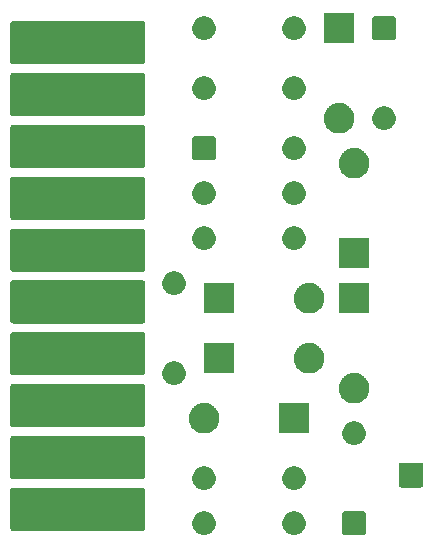
<source format=gbr>
G04 #@! TF.GenerationSoftware,KiCad,Pcbnew,8.0.1*
G04 #@! TF.CreationDate,2024-06-18T21:42:57-04:00*
G04 #@! TF.ProjectId,OdysseyDaughterCardGateMatrix,4f647973-7365-4794-9461-756768746572,1.1*
G04 #@! TF.SameCoordinates,Original*
G04 #@! TF.FileFunction,Soldermask,Bot*
G04 #@! TF.FilePolarity,Negative*
%FSLAX46Y46*%
G04 Gerber Fmt 4.6, Leading zero omitted, Abs format (unit mm)*
G04 Created by KiCad (PCBNEW 8.0.1) date 2024-06-18 21:42:57*
%MOMM*%
%LPD*%
G01*
G04 APERTURE LIST*
G04 APERTURE END LIST*
G36*
X139748724Y-120924799D02*
G01*
X139792218Y-120924799D01*
X139840658Y-120933853D01*
X139895090Y-120939215D01*
X139936438Y-120951757D01*
X139973518Y-120958689D01*
X140024868Y-120978582D01*
X140082683Y-120996120D01*
X140115720Y-121013778D01*
X140145501Y-121025316D01*
X140197245Y-121057354D01*
X140255570Y-121088530D01*
X140280076Y-121108641D01*
X140302311Y-121122409D01*
X140351575Y-121167319D01*
X140407107Y-121212893D01*
X140423563Y-121232945D01*
X140438611Y-121246663D01*
X140482297Y-121304513D01*
X140531470Y-121364430D01*
X140540977Y-121382218D01*
X140549762Y-121393850D01*
X140584713Y-121464040D01*
X140623880Y-121537317D01*
X140628056Y-121551086D01*
X140631972Y-121558949D01*
X140655105Y-121640255D01*
X140680785Y-121724910D01*
X140681628Y-121733473D01*
X140682446Y-121736347D01*
X140690943Y-121828047D01*
X140700000Y-121920000D01*
X140690942Y-122011960D01*
X140682446Y-122103652D01*
X140681628Y-122106524D01*
X140680785Y-122115090D01*
X140655100Y-122199759D01*
X140631972Y-122281050D01*
X140628057Y-122288911D01*
X140623880Y-122302683D01*
X140584705Y-122375972D01*
X140549762Y-122446149D01*
X140540979Y-122457778D01*
X140531470Y-122475570D01*
X140482288Y-122535498D01*
X140438611Y-122593336D01*
X140423566Y-122607050D01*
X140407107Y-122627107D01*
X140351564Y-122672689D01*
X140302311Y-122717590D01*
X140280081Y-122731354D01*
X140255570Y-122751470D01*
X140197233Y-122782651D01*
X140145501Y-122814683D01*
X140115727Y-122826217D01*
X140082683Y-122843880D01*
X140024856Y-122861421D01*
X139973518Y-122881310D01*
X139936445Y-122888240D01*
X139895090Y-122900785D01*
X139840655Y-122906146D01*
X139792218Y-122915201D01*
X139748724Y-122915201D01*
X139700000Y-122920000D01*
X139651276Y-122915201D01*
X139607782Y-122915201D01*
X139559343Y-122906146D01*
X139504910Y-122900785D01*
X139463555Y-122888240D01*
X139426481Y-122881310D01*
X139375139Y-122861419D01*
X139317317Y-122843880D01*
X139284275Y-122826218D01*
X139254498Y-122814683D01*
X139202759Y-122782647D01*
X139144430Y-122751470D01*
X139119921Y-122731356D01*
X139097688Y-122717590D01*
X139048425Y-122672681D01*
X138992893Y-122627107D01*
X138976436Y-122607054D01*
X138961388Y-122593336D01*
X138917699Y-122535482D01*
X138868530Y-122475570D01*
X138859022Y-122457783D01*
X138850237Y-122446149D01*
X138815279Y-122375945D01*
X138776120Y-122302683D01*
X138771943Y-122288916D01*
X138768027Y-122281050D01*
X138744882Y-122199706D01*
X138719215Y-122115090D01*
X138718371Y-122106530D01*
X138717553Y-122103652D01*
X138709040Y-122011788D01*
X138700000Y-121920000D01*
X138709039Y-121828219D01*
X138717553Y-121736347D01*
X138718372Y-121733468D01*
X138719215Y-121724910D01*
X138744878Y-121640308D01*
X138768027Y-121558949D01*
X138771944Y-121551081D01*
X138776120Y-121537317D01*
X138815272Y-121464068D01*
X138850237Y-121393850D01*
X138859024Y-121382213D01*
X138868530Y-121364430D01*
X138917689Y-121304528D01*
X138961388Y-121246663D01*
X138976439Y-121232941D01*
X138992893Y-121212893D01*
X139048414Y-121167327D01*
X139097688Y-121122409D01*
X139119926Y-121108639D01*
X139144430Y-121088530D01*
X139202747Y-121057358D01*
X139254498Y-121025316D01*
X139284282Y-121013777D01*
X139317317Y-120996120D01*
X139375127Y-120978583D01*
X139426481Y-120958689D01*
X139463562Y-120951757D01*
X139504910Y-120939215D01*
X139559340Y-120933853D01*
X139607782Y-120924799D01*
X139651276Y-120924799D01*
X139700000Y-120920000D01*
X139748724Y-120924799D01*
G37*
G36*
X147368724Y-120924799D02*
G01*
X147412218Y-120924799D01*
X147460658Y-120933853D01*
X147515090Y-120939215D01*
X147556438Y-120951757D01*
X147593518Y-120958689D01*
X147644868Y-120978582D01*
X147702683Y-120996120D01*
X147735720Y-121013778D01*
X147765501Y-121025316D01*
X147817245Y-121057354D01*
X147875570Y-121088530D01*
X147900076Y-121108641D01*
X147922311Y-121122409D01*
X147971575Y-121167319D01*
X148027107Y-121212893D01*
X148043563Y-121232945D01*
X148058611Y-121246663D01*
X148102297Y-121304513D01*
X148151470Y-121364430D01*
X148160977Y-121382218D01*
X148169762Y-121393850D01*
X148204713Y-121464040D01*
X148243880Y-121537317D01*
X148248056Y-121551086D01*
X148251972Y-121558949D01*
X148275105Y-121640255D01*
X148300785Y-121724910D01*
X148301628Y-121733473D01*
X148302446Y-121736347D01*
X148310943Y-121828047D01*
X148320000Y-121920000D01*
X148310942Y-122011960D01*
X148302446Y-122103652D01*
X148301628Y-122106524D01*
X148300785Y-122115090D01*
X148275100Y-122199759D01*
X148251972Y-122281050D01*
X148248057Y-122288911D01*
X148243880Y-122302683D01*
X148204705Y-122375972D01*
X148169762Y-122446149D01*
X148160979Y-122457778D01*
X148151470Y-122475570D01*
X148102288Y-122535498D01*
X148058611Y-122593336D01*
X148043566Y-122607050D01*
X148027107Y-122627107D01*
X147971564Y-122672689D01*
X147922311Y-122717590D01*
X147900081Y-122731354D01*
X147875570Y-122751470D01*
X147817233Y-122782651D01*
X147765501Y-122814683D01*
X147735727Y-122826217D01*
X147702683Y-122843880D01*
X147644856Y-122861421D01*
X147593518Y-122881310D01*
X147556445Y-122888240D01*
X147515090Y-122900785D01*
X147460655Y-122906146D01*
X147412218Y-122915201D01*
X147368724Y-122915201D01*
X147320000Y-122920000D01*
X147271276Y-122915201D01*
X147227782Y-122915201D01*
X147179343Y-122906146D01*
X147124910Y-122900785D01*
X147083555Y-122888240D01*
X147046481Y-122881310D01*
X146995139Y-122861419D01*
X146937317Y-122843880D01*
X146904275Y-122826218D01*
X146874498Y-122814683D01*
X146822759Y-122782647D01*
X146764430Y-122751470D01*
X146739921Y-122731356D01*
X146717688Y-122717590D01*
X146668425Y-122672681D01*
X146612893Y-122627107D01*
X146596436Y-122607054D01*
X146581388Y-122593336D01*
X146537699Y-122535482D01*
X146488530Y-122475570D01*
X146479022Y-122457783D01*
X146470237Y-122446149D01*
X146435279Y-122375945D01*
X146396120Y-122302683D01*
X146391943Y-122288916D01*
X146388027Y-122281050D01*
X146364882Y-122199706D01*
X146339215Y-122115090D01*
X146338371Y-122106530D01*
X146337553Y-122103652D01*
X146329040Y-122011788D01*
X146320000Y-121920000D01*
X146329039Y-121828219D01*
X146337553Y-121736347D01*
X146338372Y-121733468D01*
X146339215Y-121724910D01*
X146364878Y-121640308D01*
X146388027Y-121558949D01*
X146391944Y-121551081D01*
X146396120Y-121537317D01*
X146435272Y-121464068D01*
X146470237Y-121393850D01*
X146479024Y-121382213D01*
X146488530Y-121364430D01*
X146537689Y-121304528D01*
X146581388Y-121246663D01*
X146596439Y-121232941D01*
X146612893Y-121212893D01*
X146668414Y-121167327D01*
X146717688Y-121122409D01*
X146739926Y-121108639D01*
X146764430Y-121088530D01*
X146822747Y-121057358D01*
X146874498Y-121025316D01*
X146904282Y-121013777D01*
X146937317Y-120996120D01*
X146995127Y-120978583D01*
X147046481Y-120958689D01*
X147083562Y-120951757D01*
X147124910Y-120939215D01*
X147179340Y-120933853D01*
X147227782Y-120924799D01*
X147271276Y-120924799D01*
X147320000Y-120920000D01*
X147368724Y-120924799D01*
G37*
G36*
X153216043Y-120923191D02*
G01*
X153248727Y-120927494D01*
X153256948Y-120931327D01*
X153276537Y-120935224D01*
X153302480Y-120952559D01*
X153313608Y-120957748D01*
X153320378Y-120964518D01*
X153341421Y-120978579D01*
X153355481Y-120999621D01*
X153362251Y-121006391D01*
X153367438Y-121017516D01*
X153384776Y-121043463D01*
X153388672Y-121063053D01*
X153392505Y-121071272D01*
X153396806Y-121103945D01*
X153400000Y-121120000D01*
X153400000Y-122720000D01*
X153396805Y-122736058D01*
X153392505Y-122768727D01*
X153388673Y-122776944D01*
X153384776Y-122796537D01*
X153367437Y-122822485D01*
X153362251Y-122833608D01*
X153355483Y-122840375D01*
X153341421Y-122861421D01*
X153320375Y-122875483D01*
X153313608Y-122882251D01*
X153302485Y-122887437D01*
X153276537Y-122904776D01*
X153256944Y-122908673D01*
X153248727Y-122912505D01*
X153216056Y-122916806D01*
X153200000Y-122920000D01*
X151600000Y-122920000D01*
X151583943Y-122916806D01*
X151551272Y-122912505D01*
X151543053Y-122908672D01*
X151523463Y-122904776D01*
X151497516Y-122887438D01*
X151486391Y-122882251D01*
X151479621Y-122875481D01*
X151458579Y-122861421D01*
X151444518Y-122840378D01*
X151437748Y-122833608D01*
X151432559Y-122822480D01*
X151415224Y-122796537D01*
X151411327Y-122776948D01*
X151407494Y-122768727D01*
X151403190Y-122736041D01*
X151400000Y-122720000D01*
X151400000Y-121120000D01*
X151403190Y-121103958D01*
X151407494Y-121071272D01*
X151411327Y-121063049D01*
X151415224Y-121043463D01*
X151432557Y-121017521D01*
X151437748Y-121006391D01*
X151444520Y-120999618D01*
X151458579Y-120978579D01*
X151479618Y-120964520D01*
X151486391Y-120957748D01*
X151497521Y-120952557D01*
X151523463Y-120935224D01*
X151543049Y-120931327D01*
X151551272Y-120927494D01*
X151583960Y-120923190D01*
X151600000Y-120920000D01*
X153200000Y-120920000D01*
X153216043Y-120923191D01*
G37*
G36*
X134516043Y-118928183D02*
G01*
X134548727Y-118932486D01*
X134556948Y-118936319D01*
X134576537Y-118940216D01*
X134602480Y-118957551D01*
X134613608Y-118962740D01*
X134620378Y-118969510D01*
X134641421Y-118983571D01*
X134655481Y-119004613D01*
X134662251Y-119011383D01*
X134667438Y-119022508D01*
X134684776Y-119048455D01*
X134688672Y-119068045D01*
X134692505Y-119076264D01*
X134696806Y-119108937D01*
X134700000Y-119124992D01*
X134700000Y-122374992D01*
X134696805Y-122391050D01*
X134692505Y-122423719D01*
X134688673Y-122431936D01*
X134684776Y-122451529D01*
X134667437Y-122477477D01*
X134662251Y-122488600D01*
X134655483Y-122495367D01*
X134641421Y-122516413D01*
X134620375Y-122530475D01*
X134613608Y-122537243D01*
X134602485Y-122542429D01*
X134576537Y-122559768D01*
X134556944Y-122563665D01*
X134548727Y-122567497D01*
X134516056Y-122571798D01*
X134500000Y-122574992D01*
X123500000Y-122574992D01*
X123483943Y-122571798D01*
X123451272Y-122567497D01*
X123443053Y-122563664D01*
X123423463Y-122559768D01*
X123397516Y-122542430D01*
X123386391Y-122537243D01*
X123379621Y-122530473D01*
X123358579Y-122516413D01*
X123344518Y-122495370D01*
X123337748Y-122488600D01*
X123332559Y-122477472D01*
X123315224Y-122451529D01*
X123311327Y-122431940D01*
X123307494Y-122423719D01*
X123303190Y-122391033D01*
X123300000Y-122374992D01*
X123300000Y-119124992D01*
X123303190Y-119108950D01*
X123307494Y-119076264D01*
X123311327Y-119068041D01*
X123315224Y-119048455D01*
X123332557Y-119022513D01*
X123337748Y-119011383D01*
X123344520Y-119004610D01*
X123358579Y-118983571D01*
X123379618Y-118969512D01*
X123386391Y-118962740D01*
X123397521Y-118957549D01*
X123423463Y-118940216D01*
X123443049Y-118936319D01*
X123451272Y-118932486D01*
X123483960Y-118928182D01*
X123500000Y-118924992D01*
X134500000Y-118924992D01*
X134516043Y-118928183D01*
G37*
G36*
X139748724Y-117114799D02*
G01*
X139792218Y-117114799D01*
X139840658Y-117123853D01*
X139895090Y-117129215D01*
X139936438Y-117141757D01*
X139973518Y-117148689D01*
X140024868Y-117168582D01*
X140082683Y-117186120D01*
X140115720Y-117203778D01*
X140145501Y-117215316D01*
X140197245Y-117247354D01*
X140255570Y-117278530D01*
X140280076Y-117298641D01*
X140302311Y-117312409D01*
X140351575Y-117357319D01*
X140407107Y-117402893D01*
X140423563Y-117422945D01*
X140438611Y-117436663D01*
X140482297Y-117494513D01*
X140531470Y-117554430D01*
X140540977Y-117572218D01*
X140549762Y-117583850D01*
X140584713Y-117654040D01*
X140623880Y-117727317D01*
X140628056Y-117741086D01*
X140631972Y-117748949D01*
X140655105Y-117830255D01*
X140680785Y-117914910D01*
X140681628Y-117923473D01*
X140682446Y-117926347D01*
X140690943Y-118018047D01*
X140700000Y-118110000D01*
X140690942Y-118201960D01*
X140682446Y-118293652D01*
X140681628Y-118296524D01*
X140680785Y-118305090D01*
X140655100Y-118389759D01*
X140631972Y-118471050D01*
X140628057Y-118478911D01*
X140623880Y-118492683D01*
X140584705Y-118565972D01*
X140549762Y-118636149D01*
X140540979Y-118647778D01*
X140531470Y-118665570D01*
X140482288Y-118725498D01*
X140438611Y-118783336D01*
X140423566Y-118797050D01*
X140407107Y-118817107D01*
X140351564Y-118862689D01*
X140302311Y-118907590D01*
X140280081Y-118921354D01*
X140255570Y-118941470D01*
X140197233Y-118972651D01*
X140145501Y-119004683D01*
X140115727Y-119016217D01*
X140082683Y-119033880D01*
X140024856Y-119051421D01*
X139973518Y-119071310D01*
X139936445Y-119078240D01*
X139895090Y-119090785D01*
X139840655Y-119096146D01*
X139792218Y-119105201D01*
X139748724Y-119105201D01*
X139700000Y-119110000D01*
X139651276Y-119105201D01*
X139607782Y-119105201D01*
X139559343Y-119096146D01*
X139504910Y-119090785D01*
X139463555Y-119078240D01*
X139426481Y-119071310D01*
X139375139Y-119051419D01*
X139317317Y-119033880D01*
X139284275Y-119016218D01*
X139254498Y-119004683D01*
X139202759Y-118972647D01*
X139144430Y-118941470D01*
X139119921Y-118921356D01*
X139097688Y-118907590D01*
X139048425Y-118862681D01*
X138992893Y-118817107D01*
X138976436Y-118797054D01*
X138961388Y-118783336D01*
X138917699Y-118725482D01*
X138868530Y-118665570D01*
X138859022Y-118647783D01*
X138850237Y-118636149D01*
X138815279Y-118565945D01*
X138776120Y-118492683D01*
X138771943Y-118478916D01*
X138768027Y-118471050D01*
X138744882Y-118389706D01*
X138719215Y-118305090D01*
X138718371Y-118296530D01*
X138717553Y-118293652D01*
X138709040Y-118201788D01*
X138700000Y-118110000D01*
X138709039Y-118018219D01*
X138717553Y-117926347D01*
X138718372Y-117923468D01*
X138719215Y-117914910D01*
X138744878Y-117830308D01*
X138768027Y-117748949D01*
X138771944Y-117741081D01*
X138776120Y-117727317D01*
X138815272Y-117654068D01*
X138850237Y-117583850D01*
X138859024Y-117572213D01*
X138868530Y-117554430D01*
X138917689Y-117494528D01*
X138961388Y-117436663D01*
X138976439Y-117422941D01*
X138992893Y-117402893D01*
X139048414Y-117357327D01*
X139097688Y-117312409D01*
X139119926Y-117298639D01*
X139144430Y-117278530D01*
X139202747Y-117247358D01*
X139254498Y-117215316D01*
X139284282Y-117203777D01*
X139317317Y-117186120D01*
X139375127Y-117168583D01*
X139426481Y-117148689D01*
X139463562Y-117141757D01*
X139504910Y-117129215D01*
X139559340Y-117123853D01*
X139607782Y-117114799D01*
X139651276Y-117114799D01*
X139700000Y-117110000D01*
X139748724Y-117114799D01*
G37*
G36*
X147368724Y-117114799D02*
G01*
X147412218Y-117114799D01*
X147460658Y-117123853D01*
X147515090Y-117129215D01*
X147556438Y-117141757D01*
X147593518Y-117148689D01*
X147644868Y-117168582D01*
X147702683Y-117186120D01*
X147735720Y-117203778D01*
X147765501Y-117215316D01*
X147817245Y-117247354D01*
X147875570Y-117278530D01*
X147900076Y-117298641D01*
X147922311Y-117312409D01*
X147971575Y-117357319D01*
X148027107Y-117402893D01*
X148043563Y-117422945D01*
X148058611Y-117436663D01*
X148102297Y-117494513D01*
X148151470Y-117554430D01*
X148160977Y-117572218D01*
X148169762Y-117583850D01*
X148204713Y-117654040D01*
X148243880Y-117727317D01*
X148248056Y-117741086D01*
X148251972Y-117748949D01*
X148275105Y-117830255D01*
X148300785Y-117914910D01*
X148301628Y-117923473D01*
X148302446Y-117926347D01*
X148310943Y-118018047D01*
X148320000Y-118110000D01*
X148310942Y-118201960D01*
X148302446Y-118293652D01*
X148301628Y-118296524D01*
X148300785Y-118305090D01*
X148275100Y-118389759D01*
X148251972Y-118471050D01*
X148248057Y-118478911D01*
X148243880Y-118492683D01*
X148204705Y-118565972D01*
X148169762Y-118636149D01*
X148160979Y-118647778D01*
X148151470Y-118665570D01*
X148102288Y-118725498D01*
X148058611Y-118783336D01*
X148043566Y-118797050D01*
X148027107Y-118817107D01*
X147971564Y-118862689D01*
X147922311Y-118907590D01*
X147900081Y-118921354D01*
X147875570Y-118941470D01*
X147817233Y-118972651D01*
X147765501Y-119004683D01*
X147735727Y-119016217D01*
X147702683Y-119033880D01*
X147644856Y-119051421D01*
X147593518Y-119071310D01*
X147556445Y-119078240D01*
X147515090Y-119090785D01*
X147460655Y-119096146D01*
X147412218Y-119105201D01*
X147368724Y-119105201D01*
X147320000Y-119110000D01*
X147271276Y-119105201D01*
X147227782Y-119105201D01*
X147179343Y-119096146D01*
X147124910Y-119090785D01*
X147083555Y-119078240D01*
X147046481Y-119071310D01*
X146995139Y-119051419D01*
X146937317Y-119033880D01*
X146904275Y-119016218D01*
X146874498Y-119004683D01*
X146822759Y-118972647D01*
X146764430Y-118941470D01*
X146739921Y-118921356D01*
X146717688Y-118907590D01*
X146668425Y-118862681D01*
X146612893Y-118817107D01*
X146596436Y-118797054D01*
X146581388Y-118783336D01*
X146537699Y-118725482D01*
X146488530Y-118665570D01*
X146479022Y-118647783D01*
X146470237Y-118636149D01*
X146435279Y-118565945D01*
X146396120Y-118492683D01*
X146391943Y-118478916D01*
X146388027Y-118471050D01*
X146364882Y-118389706D01*
X146339215Y-118305090D01*
X146338371Y-118296530D01*
X146337553Y-118293652D01*
X146329040Y-118201788D01*
X146320000Y-118110000D01*
X146329039Y-118018219D01*
X146337553Y-117926347D01*
X146338372Y-117923468D01*
X146339215Y-117914910D01*
X146364878Y-117830308D01*
X146388027Y-117748949D01*
X146391944Y-117741081D01*
X146396120Y-117727317D01*
X146435272Y-117654068D01*
X146470237Y-117583850D01*
X146479024Y-117572213D01*
X146488530Y-117554430D01*
X146537689Y-117494528D01*
X146581388Y-117436663D01*
X146596439Y-117422941D01*
X146612893Y-117402893D01*
X146668414Y-117357327D01*
X146717688Y-117312409D01*
X146739926Y-117298639D01*
X146764430Y-117278530D01*
X146822747Y-117247358D01*
X146874498Y-117215316D01*
X146904282Y-117203777D01*
X146937317Y-117186120D01*
X146995127Y-117168583D01*
X147046481Y-117148689D01*
X147083562Y-117141757D01*
X147124910Y-117129215D01*
X147179340Y-117123853D01*
X147227782Y-117114799D01*
X147271276Y-117114799D01*
X147320000Y-117110000D01*
X147368724Y-117114799D01*
G37*
G36*
X158092043Y-116809191D02*
G01*
X158124727Y-116813494D01*
X158132948Y-116817327D01*
X158152537Y-116821224D01*
X158178480Y-116838559D01*
X158189608Y-116843748D01*
X158196378Y-116850518D01*
X158217421Y-116864579D01*
X158231481Y-116885621D01*
X158238251Y-116892391D01*
X158243438Y-116903516D01*
X158260776Y-116929463D01*
X158264672Y-116949053D01*
X158268505Y-116957272D01*
X158272806Y-116989945D01*
X158276000Y-117006000D01*
X158276000Y-118706000D01*
X158272805Y-118722058D01*
X158268505Y-118754727D01*
X158264673Y-118762944D01*
X158260776Y-118782537D01*
X158243437Y-118808485D01*
X158238251Y-118819608D01*
X158231483Y-118826375D01*
X158217421Y-118847421D01*
X158196375Y-118861483D01*
X158189608Y-118868251D01*
X158178485Y-118873437D01*
X158152537Y-118890776D01*
X158132944Y-118894673D01*
X158124727Y-118898505D01*
X158092056Y-118902806D01*
X158076000Y-118906000D01*
X156376000Y-118906000D01*
X156359943Y-118902806D01*
X156327272Y-118898505D01*
X156319053Y-118894672D01*
X156299463Y-118890776D01*
X156273516Y-118873438D01*
X156262391Y-118868251D01*
X156255621Y-118861481D01*
X156234579Y-118847421D01*
X156220518Y-118826378D01*
X156213748Y-118819608D01*
X156208559Y-118808480D01*
X156191224Y-118782537D01*
X156187327Y-118762948D01*
X156183494Y-118754727D01*
X156179190Y-118722041D01*
X156176000Y-118706000D01*
X156176000Y-117006000D01*
X156179190Y-116989958D01*
X156183494Y-116957272D01*
X156187327Y-116949049D01*
X156191224Y-116929463D01*
X156208557Y-116903521D01*
X156213748Y-116892391D01*
X156220520Y-116885618D01*
X156234579Y-116864579D01*
X156255618Y-116850520D01*
X156262391Y-116843748D01*
X156273521Y-116838557D01*
X156299463Y-116821224D01*
X156319049Y-116817327D01*
X156327272Y-116813494D01*
X156359960Y-116809190D01*
X156376000Y-116806000D01*
X158076000Y-116806000D01*
X158092043Y-116809191D01*
G37*
G36*
X134516043Y-114539295D02*
G01*
X134548727Y-114543598D01*
X134556948Y-114547431D01*
X134576537Y-114551328D01*
X134602480Y-114568663D01*
X134613608Y-114573852D01*
X134620378Y-114580622D01*
X134641421Y-114594683D01*
X134655481Y-114615725D01*
X134662251Y-114622495D01*
X134667438Y-114633620D01*
X134684776Y-114659567D01*
X134688672Y-114679157D01*
X134692505Y-114687376D01*
X134696806Y-114720049D01*
X134700000Y-114736104D01*
X134700000Y-117986104D01*
X134696805Y-118002162D01*
X134692505Y-118034831D01*
X134688673Y-118043048D01*
X134684776Y-118062641D01*
X134667437Y-118088589D01*
X134662251Y-118099712D01*
X134655483Y-118106479D01*
X134641421Y-118127525D01*
X134620375Y-118141587D01*
X134613608Y-118148355D01*
X134602485Y-118153541D01*
X134576537Y-118170880D01*
X134556944Y-118174777D01*
X134548727Y-118178609D01*
X134516056Y-118182910D01*
X134500000Y-118186104D01*
X123500000Y-118186104D01*
X123483943Y-118182910D01*
X123451272Y-118178609D01*
X123443053Y-118174776D01*
X123423463Y-118170880D01*
X123397516Y-118153542D01*
X123386391Y-118148355D01*
X123379621Y-118141585D01*
X123358579Y-118127525D01*
X123344518Y-118106482D01*
X123337748Y-118099712D01*
X123332559Y-118088584D01*
X123315224Y-118062641D01*
X123311327Y-118043052D01*
X123307494Y-118034831D01*
X123303190Y-118002145D01*
X123300000Y-117986104D01*
X123300000Y-114736104D01*
X123303190Y-114720062D01*
X123307494Y-114687376D01*
X123311327Y-114679153D01*
X123315224Y-114659567D01*
X123332557Y-114633625D01*
X123337748Y-114622495D01*
X123344520Y-114615722D01*
X123358579Y-114594683D01*
X123379618Y-114580624D01*
X123386391Y-114573852D01*
X123397521Y-114568661D01*
X123423463Y-114551328D01*
X123443049Y-114547431D01*
X123451272Y-114543598D01*
X123483960Y-114539294D01*
X123500000Y-114536104D01*
X134500000Y-114536104D01*
X134516043Y-114539295D01*
G37*
G36*
X152448724Y-113304799D02*
G01*
X152492218Y-113304799D01*
X152540658Y-113313853D01*
X152595090Y-113319215D01*
X152636438Y-113331757D01*
X152673518Y-113338689D01*
X152724868Y-113358582D01*
X152782683Y-113376120D01*
X152815720Y-113393778D01*
X152845501Y-113405316D01*
X152897245Y-113437354D01*
X152955570Y-113468530D01*
X152980076Y-113488641D01*
X153002311Y-113502409D01*
X153051575Y-113547319D01*
X153107107Y-113592893D01*
X153123563Y-113612945D01*
X153138611Y-113626663D01*
X153182297Y-113684513D01*
X153231470Y-113744430D01*
X153240977Y-113762218D01*
X153249762Y-113773850D01*
X153284713Y-113844040D01*
X153323880Y-113917317D01*
X153328056Y-113931086D01*
X153331972Y-113938949D01*
X153355105Y-114020255D01*
X153380785Y-114104910D01*
X153381628Y-114113473D01*
X153382446Y-114116347D01*
X153390943Y-114208047D01*
X153400000Y-114300000D01*
X153390942Y-114391960D01*
X153382446Y-114483652D01*
X153381628Y-114486524D01*
X153380785Y-114495090D01*
X153355100Y-114579759D01*
X153331972Y-114661050D01*
X153328057Y-114668911D01*
X153323880Y-114682683D01*
X153284705Y-114755972D01*
X153249762Y-114826149D01*
X153240979Y-114837778D01*
X153231470Y-114855570D01*
X153182288Y-114915498D01*
X153138611Y-114973336D01*
X153123566Y-114987050D01*
X153107107Y-115007107D01*
X153051564Y-115052689D01*
X153002311Y-115097590D01*
X152980081Y-115111354D01*
X152955570Y-115131470D01*
X152897233Y-115162651D01*
X152845501Y-115194683D01*
X152815727Y-115206217D01*
X152782683Y-115223880D01*
X152724856Y-115241421D01*
X152673518Y-115261310D01*
X152636445Y-115268240D01*
X152595090Y-115280785D01*
X152540655Y-115286146D01*
X152492218Y-115295201D01*
X152448724Y-115295201D01*
X152400000Y-115300000D01*
X152351276Y-115295201D01*
X152307782Y-115295201D01*
X152259343Y-115286146D01*
X152204910Y-115280785D01*
X152163555Y-115268240D01*
X152126481Y-115261310D01*
X152075139Y-115241419D01*
X152017317Y-115223880D01*
X151984275Y-115206218D01*
X151954498Y-115194683D01*
X151902759Y-115162647D01*
X151844430Y-115131470D01*
X151819921Y-115111356D01*
X151797688Y-115097590D01*
X151748425Y-115052681D01*
X151692893Y-115007107D01*
X151676436Y-114987054D01*
X151661388Y-114973336D01*
X151617699Y-114915482D01*
X151568530Y-114855570D01*
X151559022Y-114837783D01*
X151550237Y-114826149D01*
X151515279Y-114755945D01*
X151476120Y-114682683D01*
X151471943Y-114668916D01*
X151468027Y-114661050D01*
X151444882Y-114579706D01*
X151419215Y-114495090D01*
X151418371Y-114486530D01*
X151417553Y-114483652D01*
X151409040Y-114391788D01*
X151400000Y-114300000D01*
X151409039Y-114208219D01*
X151417553Y-114116347D01*
X151418372Y-114113468D01*
X151419215Y-114104910D01*
X151444878Y-114020308D01*
X151468027Y-113938949D01*
X151471944Y-113931081D01*
X151476120Y-113917317D01*
X151515272Y-113844068D01*
X151550237Y-113773850D01*
X151559024Y-113762213D01*
X151568530Y-113744430D01*
X151617689Y-113684528D01*
X151661388Y-113626663D01*
X151676439Y-113612941D01*
X151692893Y-113592893D01*
X151748414Y-113547327D01*
X151797688Y-113502409D01*
X151819926Y-113488639D01*
X151844430Y-113468530D01*
X151902747Y-113437358D01*
X151954498Y-113405316D01*
X151984282Y-113393777D01*
X152017317Y-113376120D01*
X152075127Y-113358583D01*
X152126481Y-113338689D01*
X152163562Y-113331757D01*
X152204910Y-113319215D01*
X152259340Y-113313853D01*
X152307782Y-113304799D01*
X152351276Y-113304799D01*
X152400000Y-113300000D01*
X152448724Y-113304799D01*
G37*
G36*
X139755630Y-111734867D02*
G01*
X139807318Y-111734867D01*
X139864284Y-111744373D01*
X139925743Y-111749750D01*
X139974009Y-111762682D01*
X140019026Y-111770195D01*
X140079419Y-111790927D01*
X140144626Y-111808400D01*
X140184564Y-111827023D01*
X140222032Y-111839886D01*
X140283587Y-111873198D01*
X140350000Y-111904167D01*
X140381268Y-111926061D01*
X140410796Y-111942041D01*
X140470903Y-111988824D01*
X140535624Y-112034142D01*
X140558433Y-112056951D01*
X140580177Y-112073875D01*
X140636033Y-112134551D01*
X140695858Y-112194376D01*
X140710958Y-112215942D01*
X140725543Y-112231785D01*
X140774201Y-112306261D01*
X140825833Y-112380000D01*
X140834450Y-112398480D01*
X140842937Y-112411470D01*
X140881459Y-112499292D01*
X140921600Y-112585374D01*
X140925338Y-112599324D01*
X140929158Y-112608033D01*
X140954736Y-112709039D01*
X140980250Y-112804257D01*
X140980989Y-112812711D01*
X140981847Y-112816097D01*
X140991891Y-112937321D01*
X141000000Y-113030000D01*
X140991890Y-113122686D01*
X140981847Y-113243902D01*
X140980989Y-113247286D01*
X140980250Y-113255743D01*
X140954731Y-113350977D01*
X140929158Y-113451966D01*
X140925338Y-113460673D01*
X140921600Y-113474626D01*
X140881452Y-113560723D01*
X140842937Y-113648529D01*
X140834452Y-113661515D01*
X140825833Y-113680000D01*
X140774191Y-113753751D01*
X140725543Y-113828214D01*
X140710961Y-113844053D01*
X140695858Y-113865624D01*
X140636021Y-113925460D01*
X140580177Y-113986124D01*
X140558437Y-114003044D01*
X140535624Y-114025858D01*
X140470890Y-114071184D01*
X140410796Y-114117958D01*
X140381274Y-114133934D01*
X140350000Y-114155833D01*
X140283573Y-114186807D01*
X140222032Y-114220113D01*
X140184573Y-114232972D01*
X140144626Y-114251600D01*
X140079406Y-114269075D01*
X140019026Y-114289804D01*
X139974016Y-114297314D01*
X139925743Y-114310250D01*
X139864280Y-114315627D01*
X139807318Y-114325133D01*
X139755630Y-114325133D01*
X139700000Y-114330000D01*
X139644370Y-114325133D01*
X139592682Y-114325133D01*
X139535718Y-114315627D01*
X139474257Y-114310250D01*
X139425984Y-114297315D01*
X139380973Y-114289804D01*
X139320588Y-114269074D01*
X139255374Y-114251600D01*
X139215429Y-114232973D01*
X139177967Y-114220113D01*
X139116418Y-114186804D01*
X139050000Y-114155833D01*
X139018728Y-114133936D01*
X138989203Y-114117958D01*
X138929099Y-114071177D01*
X138864376Y-114025858D01*
X138841565Y-114003047D01*
X138819822Y-113986124D01*
X138763965Y-113925447D01*
X138704142Y-113865624D01*
X138689041Y-113844057D01*
X138674456Y-113828214D01*
X138625793Y-113753730D01*
X138574167Y-113680000D01*
X138565550Y-113661521D01*
X138557062Y-113648529D01*
X138518530Y-113560687D01*
X138478400Y-113474626D01*
X138474662Y-113460678D01*
X138470841Y-113451966D01*
X138445250Y-113350909D01*
X138419750Y-113255743D01*
X138419010Y-113247293D01*
X138418152Y-113243902D01*
X138408090Y-113122470D01*
X138400000Y-113030000D01*
X138408089Y-112937537D01*
X138418152Y-112816097D01*
X138419010Y-112812705D01*
X138419750Y-112804257D01*
X138445245Y-112709107D01*
X138470841Y-112608033D01*
X138474663Y-112599318D01*
X138478400Y-112585374D01*
X138518523Y-112499328D01*
X138557062Y-112411470D01*
X138565551Y-112398475D01*
X138574167Y-112380000D01*
X138625783Y-112306283D01*
X138674456Y-112231785D01*
X138689044Y-112215937D01*
X138704142Y-112194376D01*
X138763953Y-112134564D01*
X138819822Y-112073875D01*
X138841570Y-112056947D01*
X138864376Y-112034142D01*
X138929086Y-111988831D01*
X138989203Y-111942041D01*
X139018735Y-111926058D01*
X139050000Y-111904167D01*
X139116405Y-111873201D01*
X139177967Y-111839886D01*
X139215437Y-111827022D01*
X139255374Y-111808400D01*
X139320575Y-111790929D01*
X139380973Y-111770195D01*
X139425992Y-111762682D01*
X139474257Y-111749750D01*
X139535715Y-111744373D01*
X139592682Y-111734867D01*
X139644370Y-111734867D01*
X139700000Y-111730000D01*
X139755630Y-111734867D01*
G37*
G36*
X148436043Y-111733191D02*
G01*
X148468727Y-111737494D01*
X148476948Y-111741327D01*
X148496537Y-111745224D01*
X148522480Y-111762559D01*
X148533608Y-111767748D01*
X148540378Y-111774518D01*
X148561421Y-111788579D01*
X148575481Y-111809621D01*
X148582251Y-111816391D01*
X148587438Y-111827516D01*
X148604776Y-111853463D01*
X148608672Y-111873053D01*
X148612505Y-111881272D01*
X148616806Y-111913945D01*
X148620000Y-111930000D01*
X148620000Y-114130000D01*
X148616805Y-114146058D01*
X148612505Y-114178727D01*
X148608673Y-114186944D01*
X148604776Y-114206537D01*
X148587437Y-114232485D01*
X148582251Y-114243608D01*
X148575483Y-114250375D01*
X148561421Y-114271421D01*
X148540375Y-114285483D01*
X148533608Y-114292251D01*
X148522485Y-114297437D01*
X148496537Y-114314776D01*
X148476944Y-114318673D01*
X148468727Y-114322505D01*
X148436056Y-114326806D01*
X148420000Y-114330000D01*
X146220000Y-114330000D01*
X146203943Y-114326806D01*
X146171272Y-114322505D01*
X146163053Y-114318672D01*
X146143463Y-114314776D01*
X146117516Y-114297438D01*
X146106391Y-114292251D01*
X146099621Y-114285481D01*
X146078579Y-114271421D01*
X146064518Y-114250378D01*
X146057748Y-114243608D01*
X146052559Y-114232480D01*
X146035224Y-114206537D01*
X146031327Y-114186948D01*
X146027494Y-114178727D01*
X146023190Y-114146041D01*
X146020000Y-114130000D01*
X146020000Y-111930000D01*
X146023190Y-111913958D01*
X146027494Y-111881272D01*
X146031327Y-111873049D01*
X146035224Y-111853463D01*
X146052557Y-111827521D01*
X146057748Y-111816391D01*
X146064520Y-111809618D01*
X146078579Y-111788579D01*
X146099618Y-111774520D01*
X146106391Y-111767748D01*
X146117521Y-111762557D01*
X146143463Y-111745224D01*
X146163049Y-111741327D01*
X146171272Y-111737494D01*
X146203960Y-111733190D01*
X146220000Y-111730000D01*
X148420000Y-111730000D01*
X148436043Y-111733191D01*
G37*
G36*
X134516043Y-110150407D02*
G01*
X134548727Y-110154710D01*
X134556948Y-110158543D01*
X134576537Y-110162440D01*
X134602480Y-110179775D01*
X134613608Y-110184964D01*
X134620378Y-110191734D01*
X134641421Y-110205795D01*
X134655481Y-110226837D01*
X134662251Y-110233607D01*
X134667438Y-110244732D01*
X134684776Y-110270679D01*
X134688672Y-110290269D01*
X134692505Y-110298488D01*
X134696806Y-110331161D01*
X134700000Y-110347216D01*
X134700000Y-113597216D01*
X134696805Y-113613274D01*
X134692505Y-113645943D01*
X134688673Y-113654160D01*
X134684776Y-113673753D01*
X134667437Y-113699701D01*
X134662251Y-113710824D01*
X134655483Y-113717591D01*
X134641421Y-113738637D01*
X134620375Y-113752699D01*
X134613608Y-113759467D01*
X134602485Y-113764653D01*
X134576537Y-113781992D01*
X134556944Y-113785889D01*
X134548727Y-113789721D01*
X134516056Y-113794022D01*
X134500000Y-113797216D01*
X123500000Y-113797216D01*
X123483943Y-113794022D01*
X123451272Y-113789721D01*
X123443053Y-113785888D01*
X123423463Y-113781992D01*
X123397516Y-113764654D01*
X123386391Y-113759467D01*
X123379621Y-113752697D01*
X123358579Y-113738637D01*
X123344518Y-113717594D01*
X123337748Y-113710824D01*
X123332559Y-113699696D01*
X123315224Y-113673753D01*
X123311327Y-113654164D01*
X123307494Y-113645943D01*
X123303190Y-113613257D01*
X123300000Y-113597216D01*
X123300000Y-110347216D01*
X123303190Y-110331174D01*
X123307494Y-110298488D01*
X123311327Y-110290265D01*
X123315224Y-110270679D01*
X123332557Y-110244737D01*
X123337748Y-110233607D01*
X123344520Y-110226834D01*
X123358579Y-110205795D01*
X123379618Y-110191736D01*
X123386391Y-110184964D01*
X123397521Y-110179773D01*
X123423463Y-110162440D01*
X123443049Y-110158543D01*
X123451272Y-110154710D01*
X123483960Y-110150406D01*
X123500000Y-110147216D01*
X134500000Y-110147216D01*
X134516043Y-110150407D01*
G37*
G36*
X152455630Y-109194867D02*
G01*
X152507318Y-109194867D01*
X152564284Y-109204373D01*
X152625743Y-109209750D01*
X152674009Y-109222682D01*
X152719026Y-109230195D01*
X152779419Y-109250927D01*
X152844626Y-109268400D01*
X152884564Y-109287023D01*
X152922032Y-109299886D01*
X152983587Y-109333198D01*
X153050000Y-109364167D01*
X153081268Y-109386061D01*
X153110796Y-109402041D01*
X153170903Y-109448824D01*
X153235624Y-109494142D01*
X153258433Y-109516951D01*
X153280177Y-109533875D01*
X153336033Y-109594551D01*
X153395858Y-109654376D01*
X153410958Y-109675942D01*
X153425543Y-109691785D01*
X153474201Y-109766261D01*
X153525833Y-109840000D01*
X153534450Y-109858480D01*
X153542937Y-109871470D01*
X153581459Y-109959292D01*
X153621600Y-110045374D01*
X153625338Y-110059324D01*
X153629158Y-110068033D01*
X153654736Y-110169039D01*
X153680250Y-110264257D01*
X153680989Y-110272711D01*
X153681847Y-110276097D01*
X153691891Y-110397321D01*
X153700000Y-110490000D01*
X153691890Y-110582686D01*
X153681847Y-110703902D01*
X153680989Y-110707286D01*
X153680250Y-110715743D01*
X153654731Y-110810977D01*
X153629158Y-110911966D01*
X153625338Y-110920673D01*
X153621600Y-110934626D01*
X153581452Y-111020723D01*
X153542937Y-111108529D01*
X153534452Y-111121515D01*
X153525833Y-111140000D01*
X153474191Y-111213751D01*
X153425543Y-111288214D01*
X153410961Y-111304053D01*
X153395858Y-111325624D01*
X153336021Y-111385460D01*
X153280177Y-111446124D01*
X153258437Y-111463044D01*
X153235624Y-111485858D01*
X153170890Y-111531184D01*
X153110796Y-111577958D01*
X153081274Y-111593934D01*
X153050000Y-111615833D01*
X152983573Y-111646807D01*
X152922032Y-111680113D01*
X152884573Y-111692972D01*
X152844626Y-111711600D01*
X152779406Y-111729075D01*
X152719026Y-111749804D01*
X152674016Y-111757314D01*
X152625743Y-111770250D01*
X152564280Y-111775627D01*
X152507318Y-111785133D01*
X152455630Y-111785133D01*
X152400000Y-111790000D01*
X152344370Y-111785133D01*
X152292682Y-111785133D01*
X152235718Y-111775627D01*
X152174257Y-111770250D01*
X152125984Y-111757315D01*
X152080973Y-111749804D01*
X152020588Y-111729074D01*
X151955374Y-111711600D01*
X151915429Y-111692973D01*
X151877967Y-111680113D01*
X151816418Y-111646804D01*
X151750000Y-111615833D01*
X151718728Y-111593936D01*
X151689203Y-111577958D01*
X151629099Y-111531177D01*
X151564376Y-111485858D01*
X151541565Y-111463047D01*
X151519822Y-111446124D01*
X151463965Y-111385447D01*
X151404142Y-111325624D01*
X151389041Y-111304057D01*
X151374456Y-111288214D01*
X151325793Y-111213730D01*
X151274167Y-111140000D01*
X151265550Y-111121521D01*
X151257062Y-111108529D01*
X151218530Y-111020687D01*
X151178400Y-110934626D01*
X151174662Y-110920678D01*
X151170841Y-110911966D01*
X151145250Y-110810909D01*
X151119750Y-110715743D01*
X151119010Y-110707293D01*
X151118152Y-110703902D01*
X151108090Y-110582470D01*
X151100000Y-110490000D01*
X151108089Y-110397537D01*
X151118152Y-110276097D01*
X151119010Y-110272705D01*
X151119750Y-110264257D01*
X151145245Y-110169107D01*
X151170841Y-110068033D01*
X151174663Y-110059318D01*
X151178400Y-110045374D01*
X151218523Y-109959328D01*
X151257062Y-109871470D01*
X151265551Y-109858475D01*
X151274167Y-109840000D01*
X151325783Y-109766283D01*
X151374456Y-109691785D01*
X151389044Y-109675937D01*
X151404142Y-109654376D01*
X151463953Y-109594564D01*
X151519822Y-109533875D01*
X151541570Y-109516947D01*
X151564376Y-109494142D01*
X151629086Y-109448831D01*
X151689203Y-109402041D01*
X151718735Y-109386058D01*
X151750000Y-109364167D01*
X151816405Y-109333201D01*
X151877967Y-109299886D01*
X151915437Y-109287022D01*
X151955374Y-109268400D01*
X152020575Y-109250929D01*
X152080973Y-109230195D01*
X152125992Y-109222682D01*
X152174257Y-109209750D01*
X152235715Y-109204373D01*
X152292682Y-109194867D01*
X152344370Y-109194867D01*
X152400000Y-109190000D01*
X152455630Y-109194867D01*
G37*
G36*
X137208724Y-108224799D02*
G01*
X137252218Y-108224799D01*
X137300658Y-108233853D01*
X137355090Y-108239215D01*
X137396438Y-108251757D01*
X137433518Y-108258689D01*
X137484868Y-108278582D01*
X137542683Y-108296120D01*
X137575720Y-108313778D01*
X137605501Y-108325316D01*
X137657245Y-108357354D01*
X137715570Y-108388530D01*
X137740076Y-108408641D01*
X137762311Y-108422409D01*
X137811575Y-108467319D01*
X137867107Y-108512893D01*
X137883563Y-108532945D01*
X137898611Y-108546663D01*
X137942297Y-108604513D01*
X137991470Y-108664430D01*
X138000977Y-108682218D01*
X138009762Y-108693850D01*
X138044713Y-108764040D01*
X138083880Y-108837317D01*
X138088056Y-108851086D01*
X138091972Y-108858949D01*
X138115105Y-108940255D01*
X138140785Y-109024910D01*
X138141628Y-109033473D01*
X138142446Y-109036347D01*
X138150943Y-109128047D01*
X138160000Y-109220000D01*
X138150942Y-109311960D01*
X138142446Y-109403652D01*
X138141628Y-109406524D01*
X138140785Y-109415090D01*
X138115100Y-109499759D01*
X138091972Y-109581050D01*
X138088057Y-109588911D01*
X138083880Y-109602683D01*
X138044705Y-109675972D01*
X138009762Y-109746149D01*
X138000979Y-109757778D01*
X137991470Y-109775570D01*
X137942288Y-109835498D01*
X137898611Y-109893336D01*
X137883566Y-109907050D01*
X137867107Y-109927107D01*
X137811564Y-109972689D01*
X137762311Y-110017590D01*
X137740081Y-110031354D01*
X137715570Y-110051470D01*
X137657233Y-110082651D01*
X137605501Y-110114683D01*
X137575727Y-110126217D01*
X137542683Y-110143880D01*
X137484856Y-110161421D01*
X137433518Y-110181310D01*
X137396445Y-110188240D01*
X137355090Y-110200785D01*
X137300655Y-110206146D01*
X137252218Y-110215201D01*
X137208724Y-110215201D01*
X137160000Y-110220000D01*
X137111276Y-110215201D01*
X137067782Y-110215201D01*
X137019343Y-110206146D01*
X136964910Y-110200785D01*
X136923555Y-110188240D01*
X136886481Y-110181310D01*
X136835139Y-110161419D01*
X136777317Y-110143880D01*
X136744275Y-110126218D01*
X136714498Y-110114683D01*
X136662759Y-110082647D01*
X136604430Y-110051470D01*
X136579921Y-110031356D01*
X136557688Y-110017590D01*
X136508425Y-109972681D01*
X136452893Y-109927107D01*
X136436436Y-109907054D01*
X136421388Y-109893336D01*
X136377699Y-109835482D01*
X136328530Y-109775570D01*
X136319022Y-109757783D01*
X136310237Y-109746149D01*
X136275279Y-109675945D01*
X136236120Y-109602683D01*
X136231943Y-109588916D01*
X136228027Y-109581050D01*
X136204882Y-109499706D01*
X136179215Y-109415090D01*
X136178371Y-109406530D01*
X136177553Y-109403652D01*
X136169040Y-109311788D01*
X136160000Y-109220000D01*
X136169039Y-109128219D01*
X136177553Y-109036347D01*
X136178372Y-109033468D01*
X136179215Y-109024910D01*
X136204878Y-108940308D01*
X136228027Y-108858949D01*
X136231944Y-108851081D01*
X136236120Y-108837317D01*
X136275272Y-108764068D01*
X136310237Y-108693850D01*
X136319024Y-108682213D01*
X136328530Y-108664430D01*
X136377689Y-108604528D01*
X136421388Y-108546663D01*
X136436439Y-108532941D01*
X136452893Y-108512893D01*
X136508414Y-108467327D01*
X136557688Y-108422409D01*
X136579926Y-108408639D01*
X136604430Y-108388530D01*
X136662747Y-108357358D01*
X136714498Y-108325316D01*
X136744282Y-108313777D01*
X136777317Y-108296120D01*
X136835127Y-108278583D01*
X136886481Y-108258689D01*
X136923562Y-108251757D01*
X136964910Y-108239215D01*
X137019340Y-108233853D01*
X137067782Y-108224799D01*
X137111276Y-108224799D01*
X137160000Y-108220000D01*
X137208724Y-108224799D01*
G37*
G36*
X134516043Y-105761519D02*
G01*
X134548727Y-105765822D01*
X134556948Y-105769655D01*
X134576537Y-105773552D01*
X134602480Y-105790887D01*
X134613608Y-105796076D01*
X134620378Y-105802846D01*
X134641421Y-105816907D01*
X134655481Y-105837949D01*
X134662251Y-105844719D01*
X134667438Y-105855844D01*
X134684776Y-105881791D01*
X134688672Y-105901381D01*
X134692505Y-105909600D01*
X134696806Y-105942273D01*
X134700000Y-105958328D01*
X134700000Y-109208328D01*
X134696805Y-109224386D01*
X134692505Y-109257055D01*
X134688673Y-109265272D01*
X134684776Y-109284865D01*
X134667437Y-109310813D01*
X134662251Y-109321936D01*
X134655483Y-109328703D01*
X134641421Y-109349749D01*
X134620375Y-109363811D01*
X134613608Y-109370579D01*
X134602485Y-109375765D01*
X134576537Y-109393104D01*
X134556944Y-109397001D01*
X134548727Y-109400833D01*
X134516056Y-109405134D01*
X134500000Y-109408328D01*
X123500000Y-109408328D01*
X123483943Y-109405134D01*
X123451272Y-109400833D01*
X123443053Y-109397000D01*
X123423463Y-109393104D01*
X123397516Y-109375766D01*
X123386391Y-109370579D01*
X123379621Y-109363809D01*
X123358579Y-109349749D01*
X123344518Y-109328706D01*
X123337748Y-109321936D01*
X123332559Y-109310808D01*
X123315224Y-109284865D01*
X123311327Y-109265276D01*
X123307494Y-109257055D01*
X123303190Y-109224369D01*
X123300000Y-109208328D01*
X123300000Y-105958328D01*
X123303190Y-105942286D01*
X123307494Y-105909600D01*
X123311327Y-105901377D01*
X123315224Y-105881791D01*
X123332557Y-105855849D01*
X123337748Y-105844719D01*
X123344520Y-105837946D01*
X123358579Y-105816907D01*
X123379618Y-105802848D01*
X123386391Y-105796076D01*
X123397521Y-105790885D01*
X123423463Y-105773552D01*
X123443049Y-105769655D01*
X123451272Y-105765822D01*
X123483960Y-105761518D01*
X123500000Y-105758328D01*
X134500000Y-105758328D01*
X134516043Y-105761519D01*
G37*
G36*
X142086043Y-106653191D02*
G01*
X142118727Y-106657494D01*
X142126948Y-106661327D01*
X142146537Y-106665224D01*
X142172480Y-106682559D01*
X142183608Y-106687748D01*
X142190378Y-106694518D01*
X142211421Y-106708579D01*
X142225481Y-106729621D01*
X142232251Y-106736391D01*
X142237438Y-106747516D01*
X142254776Y-106773463D01*
X142258672Y-106793053D01*
X142262505Y-106801272D01*
X142266806Y-106833945D01*
X142270000Y-106850000D01*
X142270000Y-109050000D01*
X142266805Y-109066058D01*
X142262505Y-109098727D01*
X142258673Y-109106944D01*
X142254776Y-109126537D01*
X142237437Y-109152485D01*
X142232251Y-109163608D01*
X142225483Y-109170375D01*
X142211421Y-109191421D01*
X142190375Y-109205483D01*
X142183608Y-109212251D01*
X142172485Y-109217437D01*
X142146537Y-109234776D01*
X142126944Y-109238673D01*
X142118727Y-109242505D01*
X142086056Y-109246806D01*
X142070000Y-109250000D01*
X139870000Y-109250000D01*
X139853943Y-109246806D01*
X139821272Y-109242505D01*
X139813053Y-109238672D01*
X139793463Y-109234776D01*
X139767516Y-109217438D01*
X139756391Y-109212251D01*
X139749621Y-109205481D01*
X139728579Y-109191421D01*
X139714518Y-109170378D01*
X139707748Y-109163608D01*
X139702559Y-109152480D01*
X139685224Y-109126537D01*
X139681327Y-109106948D01*
X139677494Y-109098727D01*
X139673190Y-109066041D01*
X139670000Y-109050000D01*
X139670000Y-106850000D01*
X139673190Y-106833958D01*
X139677494Y-106801272D01*
X139681327Y-106793049D01*
X139685224Y-106773463D01*
X139702557Y-106747521D01*
X139707748Y-106736391D01*
X139714520Y-106729618D01*
X139728579Y-106708579D01*
X139749618Y-106694520D01*
X139756391Y-106687748D01*
X139767521Y-106682557D01*
X139793463Y-106665224D01*
X139813049Y-106661327D01*
X139821272Y-106657494D01*
X139853960Y-106653190D01*
X139870000Y-106650000D01*
X142070000Y-106650000D01*
X142086043Y-106653191D01*
G37*
G36*
X148645630Y-106654867D02*
G01*
X148697318Y-106654867D01*
X148754284Y-106664373D01*
X148815743Y-106669750D01*
X148864009Y-106682682D01*
X148909026Y-106690195D01*
X148969419Y-106710927D01*
X149034626Y-106728400D01*
X149074564Y-106747023D01*
X149112032Y-106759886D01*
X149173587Y-106793198D01*
X149240000Y-106824167D01*
X149271268Y-106846061D01*
X149300796Y-106862041D01*
X149360903Y-106908824D01*
X149425624Y-106954142D01*
X149448433Y-106976951D01*
X149470177Y-106993875D01*
X149526033Y-107054551D01*
X149585858Y-107114376D01*
X149600958Y-107135942D01*
X149615543Y-107151785D01*
X149664201Y-107226261D01*
X149715833Y-107300000D01*
X149724450Y-107318480D01*
X149732937Y-107331470D01*
X149771459Y-107419292D01*
X149811600Y-107505374D01*
X149815338Y-107519324D01*
X149819158Y-107528033D01*
X149844736Y-107629039D01*
X149870250Y-107724257D01*
X149870989Y-107732711D01*
X149871847Y-107736097D01*
X149881891Y-107857321D01*
X149890000Y-107950000D01*
X149881890Y-108042686D01*
X149871847Y-108163902D01*
X149870989Y-108167286D01*
X149870250Y-108175743D01*
X149844731Y-108270977D01*
X149819158Y-108371966D01*
X149815338Y-108380673D01*
X149811600Y-108394626D01*
X149771452Y-108480723D01*
X149732937Y-108568529D01*
X149724452Y-108581515D01*
X149715833Y-108600000D01*
X149664191Y-108673751D01*
X149615543Y-108748214D01*
X149600961Y-108764053D01*
X149585858Y-108785624D01*
X149526021Y-108845460D01*
X149470177Y-108906124D01*
X149448437Y-108923044D01*
X149425624Y-108945858D01*
X149360890Y-108991184D01*
X149300796Y-109037958D01*
X149271274Y-109053934D01*
X149240000Y-109075833D01*
X149173573Y-109106807D01*
X149112032Y-109140113D01*
X149074573Y-109152972D01*
X149034626Y-109171600D01*
X148969406Y-109189075D01*
X148909026Y-109209804D01*
X148864016Y-109217314D01*
X148815743Y-109230250D01*
X148754280Y-109235627D01*
X148697318Y-109245133D01*
X148645630Y-109245133D01*
X148590000Y-109250000D01*
X148534370Y-109245133D01*
X148482682Y-109245133D01*
X148425718Y-109235627D01*
X148364257Y-109230250D01*
X148315984Y-109217315D01*
X148270973Y-109209804D01*
X148210588Y-109189074D01*
X148145374Y-109171600D01*
X148105429Y-109152973D01*
X148067967Y-109140113D01*
X148006418Y-109106804D01*
X147940000Y-109075833D01*
X147908728Y-109053936D01*
X147879203Y-109037958D01*
X147819099Y-108991177D01*
X147754376Y-108945858D01*
X147731565Y-108923047D01*
X147709822Y-108906124D01*
X147653965Y-108845447D01*
X147594142Y-108785624D01*
X147579041Y-108764057D01*
X147564456Y-108748214D01*
X147515793Y-108673730D01*
X147464167Y-108600000D01*
X147455550Y-108581521D01*
X147447062Y-108568529D01*
X147408530Y-108480687D01*
X147368400Y-108394626D01*
X147364662Y-108380678D01*
X147360841Y-108371966D01*
X147335250Y-108270909D01*
X147309750Y-108175743D01*
X147309010Y-108167293D01*
X147308152Y-108163902D01*
X147298090Y-108042470D01*
X147290000Y-107950000D01*
X147298089Y-107857537D01*
X147308152Y-107736097D01*
X147309010Y-107732705D01*
X147309750Y-107724257D01*
X147335245Y-107629107D01*
X147360841Y-107528033D01*
X147364663Y-107519318D01*
X147368400Y-107505374D01*
X147408523Y-107419328D01*
X147447062Y-107331470D01*
X147455551Y-107318475D01*
X147464167Y-107300000D01*
X147515783Y-107226283D01*
X147564456Y-107151785D01*
X147579044Y-107135937D01*
X147594142Y-107114376D01*
X147653953Y-107054564D01*
X147709822Y-106993875D01*
X147731570Y-106976947D01*
X147754376Y-106954142D01*
X147819086Y-106908831D01*
X147879203Y-106862041D01*
X147908735Y-106846058D01*
X147940000Y-106824167D01*
X148006405Y-106793201D01*
X148067967Y-106759886D01*
X148105437Y-106747022D01*
X148145374Y-106728400D01*
X148210575Y-106710929D01*
X148270973Y-106690195D01*
X148315992Y-106682682D01*
X148364257Y-106669750D01*
X148425715Y-106664373D01*
X148482682Y-106654867D01*
X148534370Y-106654867D01*
X148590000Y-106650000D01*
X148645630Y-106654867D01*
G37*
G36*
X134516043Y-101372631D02*
G01*
X134548727Y-101376934D01*
X134556948Y-101380767D01*
X134576537Y-101384664D01*
X134602480Y-101401999D01*
X134613608Y-101407188D01*
X134620378Y-101413958D01*
X134641421Y-101428019D01*
X134655481Y-101449061D01*
X134662251Y-101455831D01*
X134667438Y-101466956D01*
X134684776Y-101492903D01*
X134688672Y-101512493D01*
X134692505Y-101520712D01*
X134696806Y-101553385D01*
X134700000Y-101569440D01*
X134700000Y-104819440D01*
X134696805Y-104835498D01*
X134692505Y-104868167D01*
X134688673Y-104876384D01*
X134684776Y-104895977D01*
X134667437Y-104921925D01*
X134662251Y-104933048D01*
X134655483Y-104939815D01*
X134641421Y-104960861D01*
X134620375Y-104974923D01*
X134613608Y-104981691D01*
X134602485Y-104986877D01*
X134576537Y-105004216D01*
X134556944Y-105008113D01*
X134548727Y-105011945D01*
X134516056Y-105016246D01*
X134500000Y-105019440D01*
X123500000Y-105019440D01*
X123483943Y-105016246D01*
X123451272Y-105011945D01*
X123443053Y-105008112D01*
X123423463Y-105004216D01*
X123397516Y-104986878D01*
X123386391Y-104981691D01*
X123379621Y-104974921D01*
X123358579Y-104960861D01*
X123344518Y-104939818D01*
X123337748Y-104933048D01*
X123332559Y-104921920D01*
X123315224Y-104895977D01*
X123311327Y-104876388D01*
X123307494Y-104868167D01*
X123303190Y-104835481D01*
X123300000Y-104819440D01*
X123300000Y-101569440D01*
X123303190Y-101553398D01*
X123307494Y-101520712D01*
X123311327Y-101512489D01*
X123315224Y-101492903D01*
X123332557Y-101466961D01*
X123337748Y-101455831D01*
X123344520Y-101449058D01*
X123358579Y-101428019D01*
X123379618Y-101413960D01*
X123386391Y-101407188D01*
X123397521Y-101401997D01*
X123423463Y-101384664D01*
X123443049Y-101380767D01*
X123451272Y-101376934D01*
X123483960Y-101372630D01*
X123500000Y-101369440D01*
X134500000Y-101369440D01*
X134516043Y-101372631D01*
G37*
G36*
X142086043Y-101573191D02*
G01*
X142118727Y-101577494D01*
X142126948Y-101581327D01*
X142146537Y-101585224D01*
X142172480Y-101602559D01*
X142183608Y-101607748D01*
X142190378Y-101614518D01*
X142211421Y-101628579D01*
X142225481Y-101649621D01*
X142232251Y-101656391D01*
X142237438Y-101667516D01*
X142254776Y-101693463D01*
X142258672Y-101713053D01*
X142262505Y-101721272D01*
X142266806Y-101753945D01*
X142270000Y-101770000D01*
X142270000Y-103970000D01*
X142266805Y-103986058D01*
X142262505Y-104018727D01*
X142258673Y-104026944D01*
X142254776Y-104046537D01*
X142237437Y-104072485D01*
X142232251Y-104083608D01*
X142225483Y-104090375D01*
X142211421Y-104111421D01*
X142190375Y-104125483D01*
X142183608Y-104132251D01*
X142172485Y-104137437D01*
X142146537Y-104154776D01*
X142126944Y-104158673D01*
X142118727Y-104162505D01*
X142086056Y-104166806D01*
X142070000Y-104170000D01*
X139870000Y-104170000D01*
X139853943Y-104166806D01*
X139821272Y-104162505D01*
X139813053Y-104158672D01*
X139793463Y-104154776D01*
X139767516Y-104137438D01*
X139756391Y-104132251D01*
X139749621Y-104125481D01*
X139728579Y-104111421D01*
X139714518Y-104090378D01*
X139707748Y-104083608D01*
X139702559Y-104072480D01*
X139685224Y-104046537D01*
X139681327Y-104026948D01*
X139677494Y-104018727D01*
X139673190Y-103986041D01*
X139670000Y-103970000D01*
X139670000Y-101770000D01*
X139673190Y-101753958D01*
X139677494Y-101721272D01*
X139681327Y-101713049D01*
X139685224Y-101693463D01*
X139702557Y-101667521D01*
X139707748Y-101656391D01*
X139714520Y-101649618D01*
X139728579Y-101628579D01*
X139749618Y-101614520D01*
X139756391Y-101607748D01*
X139767521Y-101602557D01*
X139793463Y-101585224D01*
X139813049Y-101581327D01*
X139821272Y-101577494D01*
X139853960Y-101573190D01*
X139870000Y-101570000D01*
X142070000Y-101570000D01*
X142086043Y-101573191D01*
G37*
G36*
X148645630Y-101574867D02*
G01*
X148697318Y-101574867D01*
X148754284Y-101584373D01*
X148815743Y-101589750D01*
X148864009Y-101602682D01*
X148909026Y-101610195D01*
X148969419Y-101630927D01*
X149034626Y-101648400D01*
X149074564Y-101667023D01*
X149112032Y-101679886D01*
X149173587Y-101713198D01*
X149240000Y-101744167D01*
X149271268Y-101766061D01*
X149300796Y-101782041D01*
X149360903Y-101828824D01*
X149425624Y-101874142D01*
X149448433Y-101896951D01*
X149470177Y-101913875D01*
X149526033Y-101974551D01*
X149585858Y-102034376D01*
X149600958Y-102055942D01*
X149615543Y-102071785D01*
X149664201Y-102146261D01*
X149715833Y-102220000D01*
X149724450Y-102238480D01*
X149732937Y-102251470D01*
X149771459Y-102339292D01*
X149811600Y-102425374D01*
X149815338Y-102439324D01*
X149819158Y-102448033D01*
X149844736Y-102549039D01*
X149870250Y-102644257D01*
X149870989Y-102652711D01*
X149871847Y-102656097D01*
X149881891Y-102777321D01*
X149890000Y-102870000D01*
X149881890Y-102962686D01*
X149871847Y-103083902D01*
X149870989Y-103087286D01*
X149870250Y-103095743D01*
X149844731Y-103190977D01*
X149819158Y-103291966D01*
X149815338Y-103300673D01*
X149811600Y-103314626D01*
X149771452Y-103400723D01*
X149732937Y-103488529D01*
X149724452Y-103501515D01*
X149715833Y-103520000D01*
X149664191Y-103593751D01*
X149615543Y-103668214D01*
X149600961Y-103684053D01*
X149585858Y-103705624D01*
X149526021Y-103765460D01*
X149470177Y-103826124D01*
X149448437Y-103843044D01*
X149425624Y-103865858D01*
X149360890Y-103911184D01*
X149300796Y-103957958D01*
X149271274Y-103973934D01*
X149240000Y-103995833D01*
X149173573Y-104026807D01*
X149112032Y-104060113D01*
X149074573Y-104072972D01*
X149034626Y-104091600D01*
X148969406Y-104109075D01*
X148909026Y-104129804D01*
X148864016Y-104137314D01*
X148815743Y-104150250D01*
X148754280Y-104155627D01*
X148697318Y-104165133D01*
X148645630Y-104165133D01*
X148590000Y-104170000D01*
X148534370Y-104165133D01*
X148482682Y-104165133D01*
X148425718Y-104155627D01*
X148364257Y-104150250D01*
X148315984Y-104137315D01*
X148270973Y-104129804D01*
X148210588Y-104109074D01*
X148145374Y-104091600D01*
X148105429Y-104072973D01*
X148067967Y-104060113D01*
X148006418Y-104026804D01*
X147940000Y-103995833D01*
X147908728Y-103973936D01*
X147879203Y-103957958D01*
X147819099Y-103911177D01*
X147754376Y-103865858D01*
X147731565Y-103843047D01*
X147709822Y-103826124D01*
X147653965Y-103765447D01*
X147594142Y-103705624D01*
X147579041Y-103684057D01*
X147564456Y-103668214D01*
X147515793Y-103593730D01*
X147464167Y-103520000D01*
X147455550Y-103501521D01*
X147447062Y-103488529D01*
X147408530Y-103400687D01*
X147368400Y-103314626D01*
X147364662Y-103300678D01*
X147360841Y-103291966D01*
X147335250Y-103190909D01*
X147309750Y-103095743D01*
X147309010Y-103087293D01*
X147308152Y-103083902D01*
X147298090Y-102962470D01*
X147290000Y-102870000D01*
X147298089Y-102777537D01*
X147308152Y-102656097D01*
X147309010Y-102652705D01*
X147309750Y-102644257D01*
X147335245Y-102549107D01*
X147360841Y-102448033D01*
X147364663Y-102439318D01*
X147368400Y-102425374D01*
X147408523Y-102339328D01*
X147447062Y-102251470D01*
X147455551Y-102238475D01*
X147464167Y-102220000D01*
X147515783Y-102146283D01*
X147564456Y-102071785D01*
X147579044Y-102055937D01*
X147594142Y-102034376D01*
X147653953Y-101974564D01*
X147709822Y-101913875D01*
X147731570Y-101896947D01*
X147754376Y-101874142D01*
X147819086Y-101828831D01*
X147879203Y-101782041D01*
X147908735Y-101766058D01*
X147940000Y-101744167D01*
X148006405Y-101713201D01*
X148067967Y-101679886D01*
X148105437Y-101667022D01*
X148145374Y-101648400D01*
X148210575Y-101630929D01*
X148270973Y-101610195D01*
X148315992Y-101602682D01*
X148364257Y-101589750D01*
X148425715Y-101584373D01*
X148482682Y-101574867D01*
X148534370Y-101574867D01*
X148590000Y-101570000D01*
X148645630Y-101574867D01*
G37*
G36*
X153516043Y-101573191D02*
G01*
X153548727Y-101577494D01*
X153556948Y-101581327D01*
X153576537Y-101585224D01*
X153602480Y-101602559D01*
X153613608Y-101607748D01*
X153620378Y-101614518D01*
X153641421Y-101628579D01*
X153655481Y-101649621D01*
X153662251Y-101656391D01*
X153667438Y-101667516D01*
X153684776Y-101693463D01*
X153688672Y-101713053D01*
X153692505Y-101721272D01*
X153696806Y-101753945D01*
X153700000Y-101770000D01*
X153700000Y-103970000D01*
X153696805Y-103986058D01*
X153692505Y-104018727D01*
X153688673Y-104026944D01*
X153684776Y-104046537D01*
X153667437Y-104072485D01*
X153662251Y-104083608D01*
X153655483Y-104090375D01*
X153641421Y-104111421D01*
X153620375Y-104125483D01*
X153613608Y-104132251D01*
X153602485Y-104137437D01*
X153576537Y-104154776D01*
X153556944Y-104158673D01*
X153548727Y-104162505D01*
X153516056Y-104166806D01*
X153500000Y-104170000D01*
X151300000Y-104170000D01*
X151283943Y-104166806D01*
X151251272Y-104162505D01*
X151243053Y-104158672D01*
X151223463Y-104154776D01*
X151197516Y-104137438D01*
X151186391Y-104132251D01*
X151179621Y-104125481D01*
X151158579Y-104111421D01*
X151144518Y-104090378D01*
X151137748Y-104083608D01*
X151132559Y-104072480D01*
X151115224Y-104046537D01*
X151111327Y-104026948D01*
X151107494Y-104018727D01*
X151103190Y-103986041D01*
X151100000Y-103970000D01*
X151100000Y-101770000D01*
X151103190Y-101753958D01*
X151107494Y-101721272D01*
X151111327Y-101713049D01*
X151115224Y-101693463D01*
X151132557Y-101667521D01*
X151137748Y-101656391D01*
X151144520Y-101649618D01*
X151158579Y-101628579D01*
X151179618Y-101614520D01*
X151186391Y-101607748D01*
X151197521Y-101602557D01*
X151223463Y-101585224D01*
X151243049Y-101581327D01*
X151251272Y-101577494D01*
X151283960Y-101573190D01*
X151300000Y-101570000D01*
X153500000Y-101570000D01*
X153516043Y-101573191D01*
G37*
G36*
X137208724Y-100604799D02*
G01*
X137252218Y-100604799D01*
X137300658Y-100613853D01*
X137355090Y-100619215D01*
X137396438Y-100631757D01*
X137433518Y-100638689D01*
X137484868Y-100658582D01*
X137542683Y-100676120D01*
X137575720Y-100693778D01*
X137605501Y-100705316D01*
X137657245Y-100737354D01*
X137715570Y-100768530D01*
X137740076Y-100788641D01*
X137762311Y-100802409D01*
X137811575Y-100847319D01*
X137867107Y-100892893D01*
X137883563Y-100912945D01*
X137898611Y-100926663D01*
X137942297Y-100984513D01*
X137991470Y-101044430D01*
X138000977Y-101062218D01*
X138009762Y-101073850D01*
X138044713Y-101144040D01*
X138083880Y-101217317D01*
X138088056Y-101231086D01*
X138091972Y-101238949D01*
X138115105Y-101320255D01*
X138140785Y-101404910D01*
X138141628Y-101413473D01*
X138142446Y-101416347D01*
X138150943Y-101508047D01*
X138160000Y-101600000D01*
X138150942Y-101691960D01*
X138142446Y-101783652D01*
X138141628Y-101786524D01*
X138140785Y-101795090D01*
X138115100Y-101879759D01*
X138091972Y-101961050D01*
X138088057Y-101968911D01*
X138083880Y-101982683D01*
X138044705Y-102055972D01*
X138009762Y-102126149D01*
X138000979Y-102137778D01*
X137991470Y-102155570D01*
X137942288Y-102215498D01*
X137898611Y-102273336D01*
X137883566Y-102287050D01*
X137867107Y-102307107D01*
X137811564Y-102352689D01*
X137762311Y-102397590D01*
X137740081Y-102411354D01*
X137715570Y-102431470D01*
X137657233Y-102462651D01*
X137605501Y-102494683D01*
X137575727Y-102506217D01*
X137542683Y-102523880D01*
X137484856Y-102541421D01*
X137433518Y-102561310D01*
X137396445Y-102568240D01*
X137355090Y-102580785D01*
X137300655Y-102586146D01*
X137252218Y-102595201D01*
X137208724Y-102595201D01*
X137160000Y-102600000D01*
X137111276Y-102595201D01*
X137067782Y-102595201D01*
X137019343Y-102586146D01*
X136964910Y-102580785D01*
X136923555Y-102568240D01*
X136886481Y-102561310D01*
X136835139Y-102541419D01*
X136777317Y-102523880D01*
X136744275Y-102506218D01*
X136714498Y-102494683D01*
X136662759Y-102462647D01*
X136604430Y-102431470D01*
X136579921Y-102411356D01*
X136557688Y-102397590D01*
X136508425Y-102352681D01*
X136452893Y-102307107D01*
X136436436Y-102287054D01*
X136421388Y-102273336D01*
X136377699Y-102215482D01*
X136328530Y-102155570D01*
X136319022Y-102137783D01*
X136310237Y-102126149D01*
X136275279Y-102055945D01*
X136236120Y-101982683D01*
X136231943Y-101968916D01*
X136228027Y-101961050D01*
X136204882Y-101879706D01*
X136179215Y-101795090D01*
X136178371Y-101786530D01*
X136177553Y-101783652D01*
X136169040Y-101691788D01*
X136160000Y-101600000D01*
X136169039Y-101508219D01*
X136177553Y-101416347D01*
X136178372Y-101413468D01*
X136179215Y-101404910D01*
X136204878Y-101320308D01*
X136228027Y-101238949D01*
X136231944Y-101231081D01*
X136236120Y-101217317D01*
X136275272Y-101144068D01*
X136310237Y-101073850D01*
X136319024Y-101062213D01*
X136328530Y-101044430D01*
X136377689Y-100984528D01*
X136421388Y-100926663D01*
X136436439Y-100912941D01*
X136452893Y-100892893D01*
X136508414Y-100847327D01*
X136557688Y-100802409D01*
X136579926Y-100788639D01*
X136604430Y-100768530D01*
X136662747Y-100737358D01*
X136714498Y-100705316D01*
X136744282Y-100693777D01*
X136777317Y-100676120D01*
X136835127Y-100658583D01*
X136886481Y-100638689D01*
X136923562Y-100631757D01*
X136964910Y-100619215D01*
X137019340Y-100613853D01*
X137067782Y-100604799D01*
X137111276Y-100604799D01*
X137160000Y-100600000D01*
X137208724Y-100604799D01*
G37*
G36*
X134516043Y-96983743D02*
G01*
X134548727Y-96988046D01*
X134556948Y-96991879D01*
X134576537Y-96995776D01*
X134602480Y-97013111D01*
X134613608Y-97018300D01*
X134620378Y-97025070D01*
X134641421Y-97039131D01*
X134655481Y-97060173D01*
X134662251Y-97066943D01*
X134667438Y-97078068D01*
X134684776Y-97104015D01*
X134688672Y-97123605D01*
X134692505Y-97131824D01*
X134696806Y-97164497D01*
X134700000Y-97180552D01*
X134700000Y-100430552D01*
X134696805Y-100446610D01*
X134692505Y-100479279D01*
X134688673Y-100487496D01*
X134684776Y-100507089D01*
X134667437Y-100533037D01*
X134662251Y-100544160D01*
X134655483Y-100550927D01*
X134641421Y-100571973D01*
X134620375Y-100586035D01*
X134613608Y-100592803D01*
X134602485Y-100597989D01*
X134576537Y-100615328D01*
X134556944Y-100619225D01*
X134548727Y-100623057D01*
X134516056Y-100627358D01*
X134500000Y-100630552D01*
X123500000Y-100630552D01*
X123483943Y-100627358D01*
X123451272Y-100623057D01*
X123443053Y-100619224D01*
X123423463Y-100615328D01*
X123397516Y-100597990D01*
X123386391Y-100592803D01*
X123379621Y-100586033D01*
X123358579Y-100571973D01*
X123344518Y-100550930D01*
X123337748Y-100544160D01*
X123332559Y-100533032D01*
X123315224Y-100507089D01*
X123311327Y-100487500D01*
X123307494Y-100479279D01*
X123303190Y-100446593D01*
X123300000Y-100430552D01*
X123300000Y-97180552D01*
X123303190Y-97164510D01*
X123307494Y-97131824D01*
X123311327Y-97123601D01*
X123315224Y-97104015D01*
X123332557Y-97078073D01*
X123337748Y-97066943D01*
X123344520Y-97060170D01*
X123358579Y-97039131D01*
X123379618Y-97025072D01*
X123386391Y-97018300D01*
X123397521Y-97013109D01*
X123423463Y-96995776D01*
X123443049Y-96991879D01*
X123451272Y-96988046D01*
X123483960Y-96983742D01*
X123500000Y-96980552D01*
X134500000Y-96980552D01*
X134516043Y-96983743D01*
G37*
G36*
X153516043Y-97763191D02*
G01*
X153548727Y-97767494D01*
X153556948Y-97771327D01*
X153576537Y-97775224D01*
X153602480Y-97792559D01*
X153613608Y-97797748D01*
X153620378Y-97804518D01*
X153641421Y-97818579D01*
X153655481Y-97839621D01*
X153662251Y-97846391D01*
X153667438Y-97857516D01*
X153684776Y-97883463D01*
X153688672Y-97903053D01*
X153692505Y-97911272D01*
X153696806Y-97943945D01*
X153700000Y-97960000D01*
X153700000Y-100160000D01*
X153696805Y-100176058D01*
X153692505Y-100208727D01*
X153688673Y-100216944D01*
X153684776Y-100236537D01*
X153667437Y-100262485D01*
X153662251Y-100273608D01*
X153655483Y-100280375D01*
X153641421Y-100301421D01*
X153620375Y-100315483D01*
X153613608Y-100322251D01*
X153602485Y-100327437D01*
X153576537Y-100344776D01*
X153556944Y-100348673D01*
X153548727Y-100352505D01*
X153516056Y-100356806D01*
X153500000Y-100360000D01*
X151300000Y-100360000D01*
X151283943Y-100356806D01*
X151251272Y-100352505D01*
X151243053Y-100348672D01*
X151223463Y-100344776D01*
X151197516Y-100327438D01*
X151186391Y-100322251D01*
X151179621Y-100315481D01*
X151158579Y-100301421D01*
X151144518Y-100280378D01*
X151137748Y-100273608D01*
X151132559Y-100262480D01*
X151115224Y-100236537D01*
X151111327Y-100216948D01*
X151107494Y-100208727D01*
X151103190Y-100176041D01*
X151100000Y-100160000D01*
X151100000Y-97960000D01*
X151103190Y-97943958D01*
X151107494Y-97911272D01*
X151111327Y-97903049D01*
X151115224Y-97883463D01*
X151132557Y-97857521D01*
X151137748Y-97846391D01*
X151144520Y-97839618D01*
X151158579Y-97818579D01*
X151179618Y-97804520D01*
X151186391Y-97797748D01*
X151197521Y-97792557D01*
X151223463Y-97775224D01*
X151243049Y-97771327D01*
X151251272Y-97767494D01*
X151283960Y-97763190D01*
X151300000Y-97760000D01*
X153500000Y-97760000D01*
X153516043Y-97763191D01*
G37*
G36*
X139748724Y-96794799D02*
G01*
X139792218Y-96794799D01*
X139840658Y-96803853D01*
X139895090Y-96809215D01*
X139936438Y-96821757D01*
X139973518Y-96828689D01*
X140024868Y-96848582D01*
X140082683Y-96866120D01*
X140115720Y-96883778D01*
X140145501Y-96895316D01*
X140197245Y-96927354D01*
X140255570Y-96958530D01*
X140280076Y-96978641D01*
X140302311Y-96992409D01*
X140351575Y-97037319D01*
X140407107Y-97082893D01*
X140423563Y-97102945D01*
X140438611Y-97116663D01*
X140482297Y-97174513D01*
X140531470Y-97234430D01*
X140540977Y-97252218D01*
X140549762Y-97263850D01*
X140584713Y-97334040D01*
X140623880Y-97407317D01*
X140628056Y-97421086D01*
X140631972Y-97428949D01*
X140655105Y-97510255D01*
X140680785Y-97594910D01*
X140681628Y-97603473D01*
X140682446Y-97606347D01*
X140690943Y-97698047D01*
X140700000Y-97790000D01*
X140690942Y-97881960D01*
X140682446Y-97973652D01*
X140681628Y-97976524D01*
X140680785Y-97985090D01*
X140655100Y-98069759D01*
X140631972Y-98151050D01*
X140628057Y-98158911D01*
X140623880Y-98172683D01*
X140584705Y-98245972D01*
X140549762Y-98316149D01*
X140540979Y-98327778D01*
X140531470Y-98345570D01*
X140482288Y-98405498D01*
X140438611Y-98463336D01*
X140423566Y-98477050D01*
X140407107Y-98497107D01*
X140351564Y-98542689D01*
X140302311Y-98587590D01*
X140280081Y-98601354D01*
X140255570Y-98621470D01*
X140197233Y-98652651D01*
X140145501Y-98684683D01*
X140115727Y-98696217D01*
X140082683Y-98713880D01*
X140024856Y-98731421D01*
X139973518Y-98751310D01*
X139936445Y-98758240D01*
X139895090Y-98770785D01*
X139840655Y-98776146D01*
X139792218Y-98785201D01*
X139748724Y-98785201D01*
X139700000Y-98790000D01*
X139651276Y-98785201D01*
X139607782Y-98785201D01*
X139559343Y-98776146D01*
X139504910Y-98770785D01*
X139463555Y-98758240D01*
X139426481Y-98751310D01*
X139375139Y-98731419D01*
X139317317Y-98713880D01*
X139284275Y-98696218D01*
X139254498Y-98684683D01*
X139202759Y-98652647D01*
X139144430Y-98621470D01*
X139119921Y-98601356D01*
X139097688Y-98587590D01*
X139048425Y-98542681D01*
X138992893Y-98497107D01*
X138976436Y-98477054D01*
X138961388Y-98463336D01*
X138917699Y-98405482D01*
X138868530Y-98345570D01*
X138859022Y-98327783D01*
X138850237Y-98316149D01*
X138815279Y-98245945D01*
X138776120Y-98172683D01*
X138771943Y-98158916D01*
X138768027Y-98151050D01*
X138744882Y-98069706D01*
X138719215Y-97985090D01*
X138718371Y-97976530D01*
X138717553Y-97973652D01*
X138709040Y-97881788D01*
X138700000Y-97790000D01*
X138709039Y-97698219D01*
X138717553Y-97606347D01*
X138718372Y-97603468D01*
X138719215Y-97594910D01*
X138744878Y-97510308D01*
X138768027Y-97428949D01*
X138771944Y-97421081D01*
X138776120Y-97407317D01*
X138815272Y-97334068D01*
X138850237Y-97263850D01*
X138859024Y-97252213D01*
X138868530Y-97234430D01*
X138917689Y-97174528D01*
X138961388Y-97116663D01*
X138976439Y-97102941D01*
X138992893Y-97082893D01*
X139048414Y-97037327D01*
X139097688Y-96992409D01*
X139119926Y-96978639D01*
X139144430Y-96958530D01*
X139202747Y-96927358D01*
X139254498Y-96895316D01*
X139284282Y-96883777D01*
X139317317Y-96866120D01*
X139375127Y-96848583D01*
X139426481Y-96828689D01*
X139463562Y-96821757D01*
X139504910Y-96809215D01*
X139559340Y-96803853D01*
X139607782Y-96794799D01*
X139651276Y-96794799D01*
X139700000Y-96790000D01*
X139748724Y-96794799D01*
G37*
G36*
X147368724Y-96794799D02*
G01*
X147412218Y-96794799D01*
X147460658Y-96803853D01*
X147515090Y-96809215D01*
X147556438Y-96821757D01*
X147593518Y-96828689D01*
X147644868Y-96848582D01*
X147702683Y-96866120D01*
X147735720Y-96883778D01*
X147765501Y-96895316D01*
X147817245Y-96927354D01*
X147875570Y-96958530D01*
X147900076Y-96978641D01*
X147922311Y-96992409D01*
X147971575Y-97037319D01*
X148027107Y-97082893D01*
X148043563Y-97102945D01*
X148058611Y-97116663D01*
X148102297Y-97174513D01*
X148151470Y-97234430D01*
X148160977Y-97252218D01*
X148169762Y-97263850D01*
X148204713Y-97334040D01*
X148243880Y-97407317D01*
X148248056Y-97421086D01*
X148251972Y-97428949D01*
X148275105Y-97510255D01*
X148300785Y-97594910D01*
X148301628Y-97603473D01*
X148302446Y-97606347D01*
X148310943Y-97698047D01*
X148320000Y-97790000D01*
X148310942Y-97881960D01*
X148302446Y-97973652D01*
X148301628Y-97976524D01*
X148300785Y-97985090D01*
X148275100Y-98069759D01*
X148251972Y-98151050D01*
X148248057Y-98158911D01*
X148243880Y-98172683D01*
X148204705Y-98245972D01*
X148169762Y-98316149D01*
X148160979Y-98327778D01*
X148151470Y-98345570D01*
X148102288Y-98405498D01*
X148058611Y-98463336D01*
X148043566Y-98477050D01*
X148027107Y-98497107D01*
X147971564Y-98542689D01*
X147922311Y-98587590D01*
X147900081Y-98601354D01*
X147875570Y-98621470D01*
X147817233Y-98652651D01*
X147765501Y-98684683D01*
X147735727Y-98696217D01*
X147702683Y-98713880D01*
X147644856Y-98731421D01*
X147593518Y-98751310D01*
X147556445Y-98758240D01*
X147515090Y-98770785D01*
X147460655Y-98776146D01*
X147412218Y-98785201D01*
X147368724Y-98785201D01*
X147320000Y-98790000D01*
X147271276Y-98785201D01*
X147227782Y-98785201D01*
X147179343Y-98776146D01*
X147124910Y-98770785D01*
X147083555Y-98758240D01*
X147046481Y-98751310D01*
X146995139Y-98731419D01*
X146937317Y-98713880D01*
X146904275Y-98696218D01*
X146874498Y-98684683D01*
X146822759Y-98652647D01*
X146764430Y-98621470D01*
X146739921Y-98601356D01*
X146717688Y-98587590D01*
X146668425Y-98542681D01*
X146612893Y-98497107D01*
X146596436Y-98477054D01*
X146581388Y-98463336D01*
X146537699Y-98405482D01*
X146488530Y-98345570D01*
X146479022Y-98327783D01*
X146470237Y-98316149D01*
X146435279Y-98245945D01*
X146396120Y-98172683D01*
X146391943Y-98158916D01*
X146388027Y-98151050D01*
X146364882Y-98069706D01*
X146339215Y-97985090D01*
X146338371Y-97976530D01*
X146337553Y-97973652D01*
X146329040Y-97881788D01*
X146320000Y-97790000D01*
X146329039Y-97698219D01*
X146337553Y-97606347D01*
X146338372Y-97603468D01*
X146339215Y-97594910D01*
X146364878Y-97510308D01*
X146388027Y-97428949D01*
X146391944Y-97421081D01*
X146396120Y-97407317D01*
X146435272Y-97334068D01*
X146470237Y-97263850D01*
X146479024Y-97252213D01*
X146488530Y-97234430D01*
X146537689Y-97174528D01*
X146581388Y-97116663D01*
X146596439Y-97102941D01*
X146612893Y-97082893D01*
X146668414Y-97037327D01*
X146717688Y-96992409D01*
X146739926Y-96978639D01*
X146764430Y-96958530D01*
X146822747Y-96927358D01*
X146874498Y-96895316D01*
X146904282Y-96883777D01*
X146937317Y-96866120D01*
X146995127Y-96848583D01*
X147046481Y-96828689D01*
X147083562Y-96821757D01*
X147124910Y-96809215D01*
X147179340Y-96803853D01*
X147227782Y-96794799D01*
X147271276Y-96794799D01*
X147320000Y-96790000D01*
X147368724Y-96794799D01*
G37*
G36*
X134516043Y-92594855D02*
G01*
X134548727Y-92599158D01*
X134556948Y-92602991D01*
X134576537Y-92606888D01*
X134602480Y-92624223D01*
X134613608Y-92629412D01*
X134620378Y-92636182D01*
X134641421Y-92650243D01*
X134655481Y-92671285D01*
X134662251Y-92678055D01*
X134667438Y-92689180D01*
X134684776Y-92715127D01*
X134688672Y-92734717D01*
X134692505Y-92742936D01*
X134696806Y-92775609D01*
X134700000Y-92791664D01*
X134700000Y-96041664D01*
X134696805Y-96057722D01*
X134692505Y-96090391D01*
X134688673Y-96098608D01*
X134684776Y-96118201D01*
X134667437Y-96144149D01*
X134662251Y-96155272D01*
X134655483Y-96162039D01*
X134641421Y-96183085D01*
X134620375Y-96197147D01*
X134613608Y-96203915D01*
X134602485Y-96209101D01*
X134576537Y-96226440D01*
X134556944Y-96230337D01*
X134548727Y-96234169D01*
X134516056Y-96238470D01*
X134500000Y-96241664D01*
X123500000Y-96241664D01*
X123483943Y-96238470D01*
X123451272Y-96234169D01*
X123443053Y-96230336D01*
X123423463Y-96226440D01*
X123397516Y-96209102D01*
X123386391Y-96203915D01*
X123379621Y-96197145D01*
X123358579Y-96183085D01*
X123344518Y-96162042D01*
X123337748Y-96155272D01*
X123332559Y-96144144D01*
X123315224Y-96118201D01*
X123311327Y-96098612D01*
X123307494Y-96090391D01*
X123303190Y-96057705D01*
X123300000Y-96041664D01*
X123300000Y-92791664D01*
X123303190Y-92775622D01*
X123307494Y-92742936D01*
X123311327Y-92734713D01*
X123315224Y-92715127D01*
X123332557Y-92689185D01*
X123337748Y-92678055D01*
X123344520Y-92671282D01*
X123358579Y-92650243D01*
X123379618Y-92636184D01*
X123386391Y-92629412D01*
X123397521Y-92624221D01*
X123423463Y-92606888D01*
X123443049Y-92602991D01*
X123451272Y-92599158D01*
X123483960Y-92594854D01*
X123500000Y-92591664D01*
X134500000Y-92591664D01*
X134516043Y-92594855D01*
G37*
G36*
X139748724Y-92984799D02*
G01*
X139792218Y-92984799D01*
X139840658Y-92993853D01*
X139895090Y-92999215D01*
X139936438Y-93011757D01*
X139973518Y-93018689D01*
X140024868Y-93038582D01*
X140082683Y-93056120D01*
X140115720Y-93073778D01*
X140145501Y-93085316D01*
X140197245Y-93117354D01*
X140255570Y-93148530D01*
X140280076Y-93168641D01*
X140302311Y-93182409D01*
X140351575Y-93227319D01*
X140407107Y-93272893D01*
X140423563Y-93292945D01*
X140438611Y-93306663D01*
X140482297Y-93364513D01*
X140531470Y-93424430D01*
X140540977Y-93442218D01*
X140549762Y-93453850D01*
X140584713Y-93524040D01*
X140623880Y-93597317D01*
X140628056Y-93611086D01*
X140631972Y-93618949D01*
X140655105Y-93700255D01*
X140680785Y-93784910D01*
X140681628Y-93793473D01*
X140682446Y-93796347D01*
X140690943Y-93888047D01*
X140700000Y-93980000D01*
X140690942Y-94071960D01*
X140682446Y-94163652D01*
X140681628Y-94166524D01*
X140680785Y-94175090D01*
X140655100Y-94259759D01*
X140631972Y-94341050D01*
X140628057Y-94348911D01*
X140623880Y-94362683D01*
X140584705Y-94435972D01*
X140549762Y-94506149D01*
X140540979Y-94517778D01*
X140531470Y-94535570D01*
X140482288Y-94595498D01*
X140438611Y-94653336D01*
X140423566Y-94667050D01*
X140407107Y-94687107D01*
X140351564Y-94732689D01*
X140302311Y-94777590D01*
X140280081Y-94791354D01*
X140255570Y-94811470D01*
X140197233Y-94842651D01*
X140145501Y-94874683D01*
X140115727Y-94886217D01*
X140082683Y-94903880D01*
X140024856Y-94921421D01*
X139973518Y-94941310D01*
X139936445Y-94948240D01*
X139895090Y-94960785D01*
X139840655Y-94966146D01*
X139792218Y-94975201D01*
X139748724Y-94975201D01*
X139700000Y-94980000D01*
X139651276Y-94975201D01*
X139607782Y-94975201D01*
X139559343Y-94966146D01*
X139504910Y-94960785D01*
X139463555Y-94948240D01*
X139426481Y-94941310D01*
X139375139Y-94921419D01*
X139317317Y-94903880D01*
X139284275Y-94886218D01*
X139254498Y-94874683D01*
X139202759Y-94842647D01*
X139144430Y-94811470D01*
X139119921Y-94791356D01*
X139097688Y-94777590D01*
X139048425Y-94732681D01*
X138992893Y-94687107D01*
X138976436Y-94667054D01*
X138961388Y-94653336D01*
X138917699Y-94595482D01*
X138868530Y-94535570D01*
X138859022Y-94517783D01*
X138850237Y-94506149D01*
X138815279Y-94435945D01*
X138776120Y-94362683D01*
X138771943Y-94348916D01*
X138768027Y-94341050D01*
X138744882Y-94259706D01*
X138719215Y-94175090D01*
X138718371Y-94166530D01*
X138717553Y-94163652D01*
X138709040Y-94071788D01*
X138700000Y-93980000D01*
X138709039Y-93888219D01*
X138717553Y-93796347D01*
X138718372Y-93793468D01*
X138719215Y-93784910D01*
X138744878Y-93700308D01*
X138768027Y-93618949D01*
X138771944Y-93611081D01*
X138776120Y-93597317D01*
X138815272Y-93524068D01*
X138850237Y-93453850D01*
X138859024Y-93442213D01*
X138868530Y-93424430D01*
X138917689Y-93364528D01*
X138961388Y-93306663D01*
X138976439Y-93292941D01*
X138992893Y-93272893D01*
X139048414Y-93227327D01*
X139097688Y-93182409D01*
X139119926Y-93168639D01*
X139144430Y-93148530D01*
X139202747Y-93117358D01*
X139254498Y-93085316D01*
X139284282Y-93073777D01*
X139317317Y-93056120D01*
X139375127Y-93038583D01*
X139426481Y-93018689D01*
X139463562Y-93011757D01*
X139504910Y-92999215D01*
X139559340Y-92993853D01*
X139607782Y-92984799D01*
X139651276Y-92984799D01*
X139700000Y-92980000D01*
X139748724Y-92984799D01*
G37*
G36*
X147368724Y-92984799D02*
G01*
X147412218Y-92984799D01*
X147460658Y-92993853D01*
X147515090Y-92999215D01*
X147556438Y-93011757D01*
X147593518Y-93018689D01*
X147644868Y-93038582D01*
X147702683Y-93056120D01*
X147735720Y-93073778D01*
X147765501Y-93085316D01*
X147817245Y-93117354D01*
X147875570Y-93148530D01*
X147900076Y-93168641D01*
X147922311Y-93182409D01*
X147971575Y-93227319D01*
X148027107Y-93272893D01*
X148043563Y-93292945D01*
X148058611Y-93306663D01*
X148102297Y-93364513D01*
X148151470Y-93424430D01*
X148160977Y-93442218D01*
X148169762Y-93453850D01*
X148204713Y-93524040D01*
X148243880Y-93597317D01*
X148248056Y-93611086D01*
X148251972Y-93618949D01*
X148275105Y-93700255D01*
X148300785Y-93784910D01*
X148301628Y-93793473D01*
X148302446Y-93796347D01*
X148310943Y-93888047D01*
X148320000Y-93980000D01*
X148310942Y-94071960D01*
X148302446Y-94163652D01*
X148301628Y-94166524D01*
X148300785Y-94175090D01*
X148275100Y-94259759D01*
X148251972Y-94341050D01*
X148248057Y-94348911D01*
X148243880Y-94362683D01*
X148204705Y-94435972D01*
X148169762Y-94506149D01*
X148160979Y-94517778D01*
X148151470Y-94535570D01*
X148102288Y-94595498D01*
X148058611Y-94653336D01*
X148043566Y-94667050D01*
X148027107Y-94687107D01*
X147971564Y-94732689D01*
X147922311Y-94777590D01*
X147900081Y-94791354D01*
X147875570Y-94811470D01*
X147817233Y-94842651D01*
X147765501Y-94874683D01*
X147735727Y-94886217D01*
X147702683Y-94903880D01*
X147644856Y-94921421D01*
X147593518Y-94941310D01*
X147556445Y-94948240D01*
X147515090Y-94960785D01*
X147460655Y-94966146D01*
X147412218Y-94975201D01*
X147368724Y-94975201D01*
X147320000Y-94980000D01*
X147271276Y-94975201D01*
X147227782Y-94975201D01*
X147179343Y-94966146D01*
X147124910Y-94960785D01*
X147083555Y-94948240D01*
X147046481Y-94941310D01*
X146995139Y-94921419D01*
X146937317Y-94903880D01*
X146904275Y-94886218D01*
X146874498Y-94874683D01*
X146822759Y-94842647D01*
X146764430Y-94811470D01*
X146739921Y-94791356D01*
X146717688Y-94777590D01*
X146668425Y-94732681D01*
X146612893Y-94687107D01*
X146596436Y-94667054D01*
X146581388Y-94653336D01*
X146537699Y-94595482D01*
X146488530Y-94535570D01*
X146479022Y-94517783D01*
X146470237Y-94506149D01*
X146435279Y-94435945D01*
X146396120Y-94362683D01*
X146391943Y-94348916D01*
X146388027Y-94341050D01*
X146364882Y-94259706D01*
X146339215Y-94175090D01*
X146338371Y-94166530D01*
X146337553Y-94163652D01*
X146329040Y-94071788D01*
X146320000Y-93980000D01*
X146329039Y-93888219D01*
X146337553Y-93796347D01*
X146338372Y-93793468D01*
X146339215Y-93784910D01*
X146364878Y-93700308D01*
X146388027Y-93618949D01*
X146391944Y-93611081D01*
X146396120Y-93597317D01*
X146435272Y-93524068D01*
X146470237Y-93453850D01*
X146479024Y-93442213D01*
X146488530Y-93424430D01*
X146537689Y-93364528D01*
X146581388Y-93306663D01*
X146596439Y-93292941D01*
X146612893Y-93272893D01*
X146668414Y-93227327D01*
X146717688Y-93182409D01*
X146739926Y-93168639D01*
X146764430Y-93148530D01*
X146822747Y-93117358D01*
X146874498Y-93085316D01*
X146904282Y-93073777D01*
X146937317Y-93056120D01*
X146995127Y-93038583D01*
X147046481Y-93018689D01*
X147083562Y-93011757D01*
X147124910Y-92999215D01*
X147179340Y-92993853D01*
X147227782Y-92984799D01*
X147271276Y-92984799D01*
X147320000Y-92980000D01*
X147368724Y-92984799D01*
G37*
G36*
X152455630Y-90144867D02*
G01*
X152507318Y-90144867D01*
X152564284Y-90154373D01*
X152625743Y-90159750D01*
X152674009Y-90172682D01*
X152719026Y-90180195D01*
X152779419Y-90200927D01*
X152844626Y-90218400D01*
X152884564Y-90237023D01*
X152922032Y-90249886D01*
X152983587Y-90283198D01*
X153050000Y-90314167D01*
X153081268Y-90336061D01*
X153110796Y-90352041D01*
X153170903Y-90398824D01*
X153235624Y-90444142D01*
X153258433Y-90466951D01*
X153280177Y-90483875D01*
X153336033Y-90544551D01*
X153395858Y-90604376D01*
X153410958Y-90625942D01*
X153425543Y-90641785D01*
X153474201Y-90716261D01*
X153525833Y-90790000D01*
X153534450Y-90808480D01*
X153542937Y-90821470D01*
X153581459Y-90909292D01*
X153621600Y-90995374D01*
X153625338Y-91009324D01*
X153629158Y-91018033D01*
X153654736Y-91119039D01*
X153680250Y-91214257D01*
X153680989Y-91222711D01*
X153681847Y-91226097D01*
X153691891Y-91347321D01*
X153700000Y-91440000D01*
X153691890Y-91532686D01*
X153681847Y-91653902D01*
X153680989Y-91657286D01*
X153680250Y-91665743D01*
X153654731Y-91760977D01*
X153629158Y-91861966D01*
X153625338Y-91870673D01*
X153621600Y-91884626D01*
X153581452Y-91970723D01*
X153542937Y-92058529D01*
X153534452Y-92071515D01*
X153525833Y-92090000D01*
X153474191Y-92163751D01*
X153425543Y-92238214D01*
X153410961Y-92254053D01*
X153395858Y-92275624D01*
X153336021Y-92335460D01*
X153280177Y-92396124D01*
X153258437Y-92413044D01*
X153235624Y-92435858D01*
X153170890Y-92481184D01*
X153110796Y-92527958D01*
X153081274Y-92543934D01*
X153050000Y-92565833D01*
X152983573Y-92596807D01*
X152922032Y-92630113D01*
X152884573Y-92642972D01*
X152844626Y-92661600D01*
X152779406Y-92679075D01*
X152719026Y-92699804D01*
X152674016Y-92707314D01*
X152625743Y-92720250D01*
X152564280Y-92725627D01*
X152507318Y-92735133D01*
X152455630Y-92735133D01*
X152400000Y-92740000D01*
X152344370Y-92735133D01*
X152292682Y-92735133D01*
X152235718Y-92725627D01*
X152174257Y-92720250D01*
X152125984Y-92707315D01*
X152080973Y-92699804D01*
X152020588Y-92679074D01*
X151955374Y-92661600D01*
X151915429Y-92642973D01*
X151877967Y-92630113D01*
X151816418Y-92596804D01*
X151750000Y-92565833D01*
X151718728Y-92543936D01*
X151689203Y-92527958D01*
X151629099Y-92481177D01*
X151564376Y-92435858D01*
X151541565Y-92413047D01*
X151519822Y-92396124D01*
X151463965Y-92335447D01*
X151404142Y-92275624D01*
X151389041Y-92254057D01*
X151374456Y-92238214D01*
X151325793Y-92163730D01*
X151274167Y-92090000D01*
X151265550Y-92071521D01*
X151257062Y-92058529D01*
X151218530Y-91970687D01*
X151178400Y-91884626D01*
X151174662Y-91870678D01*
X151170841Y-91861966D01*
X151145250Y-91760909D01*
X151119750Y-91665743D01*
X151119010Y-91657293D01*
X151118152Y-91653902D01*
X151108090Y-91532470D01*
X151100000Y-91440000D01*
X151108089Y-91347537D01*
X151118152Y-91226097D01*
X151119010Y-91222705D01*
X151119750Y-91214257D01*
X151145245Y-91119107D01*
X151170841Y-91018033D01*
X151174663Y-91009318D01*
X151178400Y-90995374D01*
X151218523Y-90909328D01*
X151257062Y-90821470D01*
X151265551Y-90808475D01*
X151274167Y-90790000D01*
X151325783Y-90716283D01*
X151374456Y-90641785D01*
X151389044Y-90625937D01*
X151404142Y-90604376D01*
X151463953Y-90544564D01*
X151519822Y-90483875D01*
X151541570Y-90466947D01*
X151564376Y-90444142D01*
X151629086Y-90398831D01*
X151689203Y-90352041D01*
X151718735Y-90336058D01*
X151750000Y-90314167D01*
X151816405Y-90283201D01*
X151877967Y-90249886D01*
X151915437Y-90237022D01*
X151955374Y-90218400D01*
X152020575Y-90200929D01*
X152080973Y-90180195D01*
X152125992Y-90172682D01*
X152174257Y-90159750D01*
X152235715Y-90154373D01*
X152292682Y-90144867D01*
X152344370Y-90144867D01*
X152400000Y-90140000D01*
X152455630Y-90144867D01*
G37*
G36*
X134516043Y-88205967D02*
G01*
X134548727Y-88210270D01*
X134556948Y-88214103D01*
X134576537Y-88218000D01*
X134602480Y-88235335D01*
X134613608Y-88240524D01*
X134620378Y-88247294D01*
X134641421Y-88261355D01*
X134655481Y-88282397D01*
X134662251Y-88289167D01*
X134667438Y-88300292D01*
X134684776Y-88326239D01*
X134688672Y-88345829D01*
X134692505Y-88354048D01*
X134696806Y-88386721D01*
X134700000Y-88402776D01*
X134700000Y-91652776D01*
X134696805Y-91668834D01*
X134692505Y-91701503D01*
X134688673Y-91709720D01*
X134684776Y-91729313D01*
X134667437Y-91755261D01*
X134662251Y-91766384D01*
X134655483Y-91773151D01*
X134641421Y-91794197D01*
X134620375Y-91808259D01*
X134613608Y-91815027D01*
X134602485Y-91820213D01*
X134576537Y-91837552D01*
X134556944Y-91841449D01*
X134548727Y-91845281D01*
X134516056Y-91849582D01*
X134500000Y-91852776D01*
X123500000Y-91852776D01*
X123483943Y-91849582D01*
X123451272Y-91845281D01*
X123443053Y-91841448D01*
X123423463Y-91837552D01*
X123397516Y-91820214D01*
X123386391Y-91815027D01*
X123379621Y-91808257D01*
X123358579Y-91794197D01*
X123344518Y-91773154D01*
X123337748Y-91766384D01*
X123332559Y-91755256D01*
X123315224Y-91729313D01*
X123311327Y-91709724D01*
X123307494Y-91701503D01*
X123303190Y-91668817D01*
X123300000Y-91652776D01*
X123300000Y-88402776D01*
X123303190Y-88386734D01*
X123307494Y-88354048D01*
X123311327Y-88345825D01*
X123315224Y-88326239D01*
X123332557Y-88300297D01*
X123337748Y-88289167D01*
X123344520Y-88282394D01*
X123358579Y-88261355D01*
X123379618Y-88247296D01*
X123386391Y-88240524D01*
X123397521Y-88235333D01*
X123423463Y-88218000D01*
X123443049Y-88214103D01*
X123451272Y-88210270D01*
X123483960Y-88205966D01*
X123500000Y-88202776D01*
X134500000Y-88202776D01*
X134516043Y-88205967D01*
G37*
G36*
X140516043Y-89173191D02*
G01*
X140548727Y-89177494D01*
X140556948Y-89181327D01*
X140576537Y-89185224D01*
X140602480Y-89202559D01*
X140613608Y-89207748D01*
X140620378Y-89214518D01*
X140641421Y-89228579D01*
X140655481Y-89249621D01*
X140662251Y-89256391D01*
X140667438Y-89267516D01*
X140684776Y-89293463D01*
X140688672Y-89313053D01*
X140692505Y-89321272D01*
X140696806Y-89353945D01*
X140700000Y-89370000D01*
X140700000Y-90970000D01*
X140696805Y-90986058D01*
X140692505Y-91018727D01*
X140688673Y-91026944D01*
X140684776Y-91046537D01*
X140667437Y-91072485D01*
X140662251Y-91083608D01*
X140655483Y-91090375D01*
X140641421Y-91111421D01*
X140620375Y-91125483D01*
X140613608Y-91132251D01*
X140602485Y-91137437D01*
X140576537Y-91154776D01*
X140556944Y-91158673D01*
X140548727Y-91162505D01*
X140516056Y-91166806D01*
X140500000Y-91170000D01*
X138900000Y-91170000D01*
X138883943Y-91166806D01*
X138851272Y-91162505D01*
X138843053Y-91158672D01*
X138823463Y-91154776D01*
X138797516Y-91137438D01*
X138786391Y-91132251D01*
X138779621Y-91125481D01*
X138758579Y-91111421D01*
X138744518Y-91090378D01*
X138737748Y-91083608D01*
X138732559Y-91072480D01*
X138715224Y-91046537D01*
X138711327Y-91026948D01*
X138707494Y-91018727D01*
X138703190Y-90986041D01*
X138700000Y-90970000D01*
X138700000Y-89370000D01*
X138703190Y-89353958D01*
X138707494Y-89321272D01*
X138711327Y-89313049D01*
X138715224Y-89293463D01*
X138732557Y-89267521D01*
X138737748Y-89256391D01*
X138744520Y-89249618D01*
X138758579Y-89228579D01*
X138779618Y-89214520D01*
X138786391Y-89207748D01*
X138797521Y-89202557D01*
X138823463Y-89185224D01*
X138843049Y-89181327D01*
X138851272Y-89177494D01*
X138883960Y-89173190D01*
X138900000Y-89170000D01*
X140500000Y-89170000D01*
X140516043Y-89173191D01*
G37*
G36*
X147368724Y-89174799D02*
G01*
X147412218Y-89174799D01*
X147460658Y-89183853D01*
X147515090Y-89189215D01*
X147556438Y-89201757D01*
X147593518Y-89208689D01*
X147644868Y-89228582D01*
X147702683Y-89246120D01*
X147735720Y-89263778D01*
X147765501Y-89275316D01*
X147817245Y-89307354D01*
X147875570Y-89338530D01*
X147900076Y-89358641D01*
X147922311Y-89372409D01*
X147971575Y-89417319D01*
X148027107Y-89462893D01*
X148043563Y-89482945D01*
X148058611Y-89496663D01*
X148102297Y-89554513D01*
X148151470Y-89614430D01*
X148160977Y-89632218D01*
X148169762Y-89643850D01*
X148204713Y-89714040D01*
X148243880Y-89787317D01*
X148248056Y-89801086D01*
X148251972Y-89808949D01*
X148275105Y-89890255D01*
X148300785Y-89974910D01*
X148301628Y-89983473D01*
X148302446Y-89986347D01*
X148310943Y-90078047D01*
X148320000Y-90170000D01*
X148310942Y-90261960D01*
X148302446Y-90353652D01*
X148301628Y-90356524D01*
X148300785Y-90365090D01*
X148275100Y-90449759D01*
X148251972Y-90531050D01*
X148248057Y-90538911D01*
X148243880Y-90552683D01*
X148204705Y-90625972D01*
X148169762Y-90696149D01*
X148160979Y-90707778D01*
X148151470Y-90725570D01*
X148102288Y-90785498D01*
X148058611Y-90843336D01*
X148043566Y-90857050D01*
X148027107Y-90877107D01*
X147971564Y-90922689D01*
X147922311Y-90967590D01*
X147900081Y-90981354D01*
X147875570Y-91001470D01*
X147817233Y-91032651D01*
X147765501Y-91064683D01*
X147735727Y-91076217D01*
X147702683Y-91093880D01*
X147644856Y-91111421D01*
X147593518Y-91131310D01*
X147556445Y-91138240D01*
X147515090Y-91150785D01*
X147460655Y-91156146D01*
X147412218Y-91165201D01*
X147368724Y-91165201D01*
X147320000Y-91170000D01*
X147271276Y-91165201D01*
X147227782Y-91165201D01*
X147179343Y-91156146D01*
X147124910Y-91150785D01*
X147083555Y-91138240D01*
X147046481Y-91131310D01*
X146995139Y-91111419D01*
X146937317Y-91093880D01*
X146904275Y-91076218D01*
X146874498Y-91064683D01*
X146822759Y-91032647D01*
X146764430Y-91001470D01*
X146739921Y-90981356D01*
X146717688Y-90967590D01*
X146668425Y-90922681D01*
X146612893Y-90877107D01*
X146596436Y-90857054D01*
X146581388Y-90843336D01*
X146537699Y-90785482D01*
X146488530Y-90725570D01*
X146479022Y-90707783D01*
X146470237Y-90696149D01*
X146435279Y-90625945D01*
X146396120Y-90552683D01*
X146391943Y-90538916D01*
X146388027Y-90531050D01*
X146364882Y-90449706D01*
X146339215Y-90365090D01*
X146338371Y-90356530D01*
X146337553Y-90353652D01*
X146329040Y-90261788D01*
X146320000Y-90170000D01*
X146329039Y-90078219D01*
X146337553Y-89986347D01*
X146338372Y-89983468D01*
X146339215Y-89974910D01*
X146364878Y-89890308D01*
X146388027Y-89808949D01*
X146391944Y-89801081D01*
X146396120Y-89787317D01*
X146435272Y-89714068D01*
X146470237Y-89643850D01*
X146479024Y-89632213D01*
X146488530Y-89614430D01*
X146537689Y-89554528D01*
X146581388Y-89496663D01*
X146596439Y-89482941D01*
X146612893Y-89462893D01*
X146668414Y-89417327D01*
X146717688Y-89372409D01*
X146739926Y-89358639D01*
X146764430Y-89338530D01*
X146822747Y-89307358D01*
X146874498Y-89275316D01*
X146904282Y-89263777D01*
X146937317Y-89246120D01*
X146995127Y-89228583D01*
X147046481Y-89208689D01*
X147083562Y-89201757D01*
X147124910Y-89189215D01*
X147179340Y-89183853D01*
X147227782Y-89174799D01*
X147271276Y-89174799D01*
X147320000Y-89170000D01*
X147368724Y-89174799D01*
G37*
G36*
X151185630Y-86334867D02*
G01*
X151237318Y-86334867D01*
X151294284Y-86344373D01*
X151355743Y-86349750D01*
X151404009Y-86362682D01*
X151449026Y-86370195D01*
X151509419Y-86390927D01*
X151574626Y-86408400D01*
X151614564Y-86427023D01*
X151652032Y-86439886D01*
X151713587Y-86473198D01*
X151780000Y-86504167D01*
X151811268Y-86526061D01*
X151840796Y-86542041D01*
X151900903Y-86588824D01*
X151965624Y-86634142D01*
X151988433Y-86656951D01*
X152010177Y-86673875D01*
X152066033Y-86734551D01*
X152125858Y-86794376D01*
X152140958Y-86815942D01*
X152155543Y-86831785D01*
X152204201Y-86906261D01*
X152255833Y-86980000D01*
X152264450Y-86998480D01*
X152272937Y-87011470D01*
X152311459Y-87099292D01*
X152351600Y-87185374D01*
X152355338Y-87199324D01*
X152359158Y-87208033D01*
X152384736Y-87309039D01*
X152410250Y-87404257D01*
X152410989Y-87412711D01*
X152411847Y-87416097D01*
X152421891Y-87537321D01*
X152430000Y-87630000D01*
X152421890Y-87722686D01*
X152411847Y-87843902D01*
X152410989Y-87847286D01*
X152410250Y-87855743D01*
X152384731Y-87950977D01*
X152359158Y-88051966D01*
X152355338Y-88060673D01*
X152351600Y-88074626D01*
X152311452Y-88160723D01*
X152272937Y-88248529D01*
X152264452Y-88261515D01*
X152255833Y-88280000D01*
X152204191Y-88353751D01*
X152155543Y-88428214D01*
X152140961Y-88444053D01*
X152125858Y-88465624D01*
X152066021Y-88525460D01*
X152010177Y-88586124D01*
X151988437Y-88603044D01*
X151965624Y-88625858D01*
X151900890Y-88671184D01*
X151840796Y-88717958D01*
X151811274Y-88733934D01*
X151780000Y-88755833D01*
X151713573Y-88786807D01*
X151652032Y-88820113D01*
X151614573Y-88832972D01*
X151574626Y-88851600D01*
X151509406Y-88869075D01*
X151449026Y-88889804D01*
X151404016Y-88897314D01*
X151355743Y-88910250D01*
X151294280Y-88915627D01*
X151237318Y-88925133D01*
X151185630Y-88925133D01*
X151130000Y-88930000D01*
X151074370Y-88925133D01*
X151022682Y-88925133D01*
X150965718Y-88915627D01*
X150904257Y-88910250D01*
X150855984Y-88897315D01*
X150810973Y-88889804D01*
X150750588Y-88869074D01*
X150685374Y-88851600D01*
X150645429Y-88832973D01*
X150607967Y-88820113D01*
X150546418Y-88786804D01*
X150480000Y-88755833D01*
X150448728Y-88733936D01*
X150419203Y-88717958D01*
X150359099Y-88671177D01*
X150294376Y-88625858D01*
X150271565Y-88603047D01*
X150249822Y-88586124D01*
X150193965Y-88525447D01*
X150134142Y-88465624D01*
X150119041Y-88444057D01*
X150104456Y-88428214D01*
X150055793Y-88353730D01*
X150004167Y-88280000D01*
X149995550Y-88261521D01*
X149987062Y-88248529D01*
X149948530Y-88160687D01*
X149908400Y-88074626D01*
X149904662Y-88060678D01*
X149900841Y-88051966D01*
X149875250Y-87950909D01*
X149849750Y-87855743D01*
X149849010Y-87847293D01*
X149848152Y-87843902D01*
X149838090Y-87722470D01*
X149830000Y-87630000D01*
X149838089Y-87537537D01*
X149848152Y-87416097D01*
X149849010Y-87412705D01*
X149849750Y-87404257D01*
X149875245Y-87309107D01*
X149900841Y-87208033D01*
X149904663Y-87199318D01*
X149908400Y-87185374D01*
X149948523Y-87099328D01*
X149987062Y-87011470D01*
X149995551Y-86998475D01*
X150004167Y-86980000D01*
X150055783Y-86906283D01*
X150104456Y-86831785D01*
X150119044Y-86815937D01*
X150134142Y-86794376D01*
X150193953Y-86734564D01*
X150249822Y-86673875D01*
X150271570Y-86656947D01*
X150294376Y-86634142D01*
X150359086Y-86588831D01*
X150419203Y-86542041D01*
X150448735Y-86526058D01*
X150480000Y-86504167D01*
X150546405Y-86473201D01*
X150607967Y-86439886D01*
X150645437Y-86427022D01*
X150685374Y-86408400D01*
X150750575Y-86390929D01*
X150810973Y-86370195D01*
X150855992Y-86362682D01*
X150904257Y-86349750D01*
X150965715Y-86344373D01*
X151022682Y-86334867D01*
X151074370Y-86334867D01*
X151130000Y-86330000D01*
X151185630Y-86334867D01*
G37*
G36*
X154988724Y-86634799D02*
G01*
X155032218Y-86634799D01*
X155080658Y-86643853D01*
X155135090Y-86649215D01*
X155176438Y-86661757D01*
X155213518Y-86668689D01*
X155264868Y-86688582D01*
X155322683Y-86706120D01*
X155355720Y-86723778D01*
X155385501Y-86735316D01*
X155437245Y-86767354D01*
X155495570Y-86798530D01*
X155520076Y-86818641D01*
X155542311Y-86832409D01*
X155591575Y-86877319D01*
X155647107Y-86922893D01*
X155663563Y-86942945D01*
X155678611Y-86956663D01*
X155722297Y-87014513D01*
X155771470Y-87074430D01*
X155780977Y-87092218D01*
X155789762Y-87103850D01*
X155824713Y-87174040D01*
X155863880Y-87247317D01*
X155868056Y-87261086D01*
X155871972Y-87268949D01*
X155895105Y-87350255D01*
X155920785Y-87434910D01*
X155921628Y-87443473D01*
X155922446Y-87446347D01*
X155930943Y-87538047D01*
X155940000Y-87630000D01*
X155930942Y-87721960D01*
X155922446Y-87813652D01*
X155921628Y-87816524D01*
X155920785Y-87825090D01*
X155895100Y-87909759D01*
X155871972Y-87991050D01*
X155868057Y-87998911D01*
X155863880Y-88012683D01*
X155824705Y-88085972D01*
X155789762Y-88156149D01*
X155780979Y-88167778D01*
X155771470Y-88185570D01*
X155722288Y-88245498D01*
X155678611Y-88303336D01*
X155663566Y-88317050D01*
X155647107Y-88337107D01*
X155591564Y-88382689D01*
X155542311Y-88427590D01*
X155520081Y-88441354D01*
X155495570Y-88461470D01*
X155437233Y-88492651D01*
X155385501Y-88524683D01*
X155355727Y-88536217D01*
X155322683Y-88553880D01*
X155264856Y-88571421D01*
X155213518Y-88591310D01*
X155176445Y-88598240D01*
X155135090Y-88610785D01*
X155080655Y-88616146D01*
X155032218Y-88625201D01*
X154988724Y-88625201D01*
X154940000Y-88630000D01*
X154891276Y-88625201D01*
X154847782Y-88625201D01*
X154799343Y-88616146D01*
X154744910Y-88610785D01*
X154703555Y-88598240D01*
X154666481Y-88591310D01*
X154615139Y-88571419D01*
X154557317Y-88553880D01*
X154524275Y-88536218D01*
X154494498Y-88524683D01*
X154442759Y-88492647D01*
X154384430Y-88461470D01*
X154359921Y-88441356D01*
X154337688Y-88427590D01*
X154288425Y-88382681D01*
X154232893Y-88337107D01*
X154216436Y-88317054D01*
X154201388Y-88303336D01*
X154157699Y-88245482D01*
X154108530Y-88185570D01*
X154099022Y-88167783D01*
X154090237Y-88156149D01*
X154055279Y-88085945D01*
X154016120Y-88012683D01*
X154011943Y-87998916D01*
X154008027Y-87991050D01*
X153984882Y-87909706D01*
X153959215Y-87825090D01*
X153958371Y-87816530D01*
X153957553Y-87813652D01*
X153949040Y-87721788D01*
X153940000Y-87630000D01*
X153949039Y-87538219D01*
X153957553Y-87446347D01*
X153958372Y-87443468D01*
X153959215Y-87434910D01*
X153984878Y-87350308D01*
X154008027Y-87268949D01*
X154011944Y-87261081D01*
X154016120Y-87247317D01*
X154055272Y-87174068D01*
X154090237Y-87103850D01*
X154099024Y-87092213D01*
X154108530Y-87074430D01*
X154157689Y-87014528D01*
X154201388Y-86956663D01*
X154216439Y-86942941D01*
X154232893Y-86922893D01*
X154288414Y-86877327D01*
X154337688Y-86832409D01*
X154359926Y-86818639D01*
X154384430Y-86798530D01*
X154442747Y-86767358D01*
X154494498Y-86735316D01*
X154524282Y-86723777D01*
X154557317Y-86706120D01*
X154615127Y-86688583D01*
X154666481Y-86668689D01*
X154703562Y-86661757D01*
X154744910Y-86649215D01*
X154799340Y-86643853D01*
X154847782Y-86634799D01*
X154891276Y-86634799D01*
X154940000Y-86630000D01*
X154988724Y-86634799D01*
G37*
G36*
X134516043Y-83817079D02*
G01*
X134548727Y-83821382D01*
X134556948Y-83825215D01*
X134576537Y-83829112D01*
X134602480Y-83846447D01*
X134613608Y-83851636D01*
X134620378Y-83858406D01*
X134641421Y-83872467D01*
X134655481Y-83893509D01*
X134662251Y-83900279D01*
X134667438Y-83911404D01*
X134684776Y-83937351D01*
X134688672Y-83956941D01*
X134692505Y-83965160D01*
X134696806Y-83997833D01*
X134700000Y-84013888D01*
X134700000Y-87263888D01*
X134696805Y-87279946D01*
X134692505Y-87312615D01*
X134688673Y-87320832D01*
X134684776Y-87340425D01*
X134667437Y-87366373D01*
X134662251Y-87377496D01*
X134655483Y-87384263D01*
X134641421Y-87405309D01*
X134620375Y-87419371D01*
X134613608Y-87426139D01*
X134602485Y-87431325D01*
X134576537Y-87448664D01*
X134556944Y-87452561D01*
X134548727Y-87456393D01*
X134516056Y-87460694D01*
X134500000Y-87463888D01*
X123500000Y-87463888D01*
X123483943Y-87460694D01*
X123451272Y-87456393D01*
X123443053Y-87452560D01*
X123423463Y-87448664D01*
X123397516Y-87431326D01*
X123386391Y-87426139D01*
X123379621Y-87419369D01*
X123358579Y-87405309D01*
X123344518Y-87384266D01*
X123337748Y-87377496D01*
X123332559Y-87366368D01*
X123315224Y-87340425D01*
X123311327Y-87320836D01*
X123307494Y-87312615D01*
X123303190Y-87279929D01*
X123300000Y-87263888D01*
X123300000Y-84013888D01*
X123303190Y-83997846D01*
X123307494Y-83965160D01*
X123311327Y-83956937D01*
X123315224Y-83937351D01*
X123332557Y-83911409D01*
X123337748Y-83900279D01*
X123344520Y-83893506D01*
X123358579Y-83872467D01*
X123379618Y-83858408D01*
X123386391Y-83851636D01*
X123397521Y-83846445D01*
X123423463Y-83829112D01*
X123443049Y-83825215D01*
X123451272Y-83821382D01*
X123483960Y-83817078D01*
X123500000Y-83813888D01*
X134500000Y-83813888D01*
X134516043Y-83817079D01*
G37*
G36*
X139748724Y-84094799D02*
G01*
X139792218Y-84094799D01*
X139840658Y-84103853D01*
X139895090Y-84109215D01*
X139936438Y-84121757D01*
X139973518Y-84128689D01*
X140024868Y-84148582D01*
X140082683Y-84166120D01*
X140115720Y-84183778D01*
X140145501Y-84195316D01*
X140197245Y-84227354D01*
X140255570Y-84258530D01*
X140280076Y-84278641D01*
X140302311Y-84292409D01*
X140351575Y-84337319D01*
X140407107Y-84382893D01*
X140423563Y-84402945D01*
X140438611Y-84416663D01*
X140482297Y-84474513D01*
X140531470Y-84534430D01*
X140540977Y-84552218D01*
X140549762Y-84563850D01*
X140584713Y-84634040D01*
X140623880Y-84707317D01*
X140628056Y-84721086D01*
X140631972Y-84728949D01*
X140655105Y-84810255D01*
X140680785Y-84894910D01*
X140681628Y-84903473D01*
X140682446Y-84906347D01*
X140690943Y-84998047D01*
X140700000Y-85090000D01*
X140690942Y-85181960D01*
X140682446Y-85273652D01*
X140681628Y-85276524D01*
X140680785Y-85285090D01*
X140655100Y-85369759D01*
X140631972Y-85451050D01*
X140628057Y-85458911D01*
X140623880Y-85472683D01*
X140584705Y-85545972D01*
X140549762Y-85616149D01*
X140540979Y-85627778D01*
X140531470Y-85645570D01*
X140482288Y-85705498D01*
X140438611Y-85763336D01*
X140423566Y-85777050D01*
X140407107Y-85797107D01*
X140351564Y-85842689D01*
X140302311Y-85887590D01*
X140280081Y-85901354D01*
X140255570Y-85921470D01*
X140197233Y-85952651D01*
X140145501Y-85984683D01*
X140115727Y-85996217D01*
X140082683Y-86013880D01*
X140024856Y-86031421D01*
X139973518Y-86051310D01*
X139936445Y-86058240D01*
X139895090Y-86070785D01*
X139840655Y-86076146D01*
X139792218Y-86085201D01*
X139748724Y-86085201D01*
X139700000Y-86090000D01*
X139651276Y-86085201D01*
X139607782Y-86085201D01*
X139559343Y-86076146D01*
X139504910Y-86070785D01*
X139463555Y-86058240D01*
X139426481Y-86051310D01*
X139375139Y-86031419D01*
X139317317Y-86013880D01*
X139284275Y-85996218D01*
X139254498Y-85984683D01*
X139202759Y-85952647D01*
X139144430Y-85921470D01*
X139119921Y-85901356D01*
X139097688Y-85887590D01*
X139048425Y-85842681D01*
X138992893Y-85797107D01*
X138976436Y-85777054D01*
X138961388Y-85763336D01*
X138917699Y-85705482D01*
X138868530Y-85645570D01*
X138859022Y-85627783D01*
X138850237Y-85616149D01*
X138815279Y-85545945D01*
X138776120Y-85472683D01*
X138771943Y-85458916D01*
X138768027Y-85451050D01*
X138744882Y-85369706D01*
X138719215Y-85285090D01*
X138718371Y-85276530D01*
X138717553Y-85273652D01*
X138709040Y-85181788D01*
X138700000Y-85090000D01*
X138709039Y-84998219D01*
X138717553Y-84906347D01*
X138718372Y-84903468D01*
X138719215Y-84894910D01*
X138744878Y-84810308D01*
X138768027Y-84728949D01*
X138771944Y-84721081D01*
X138776120Y-84707317D01*
X138815272Y-84634068D01*
X138850237Y-84563850D01*
X138859024Y-84552213D01*
X138868530Y-84534430D01*
X138917689Y-84474528D01*
X138961388Y-84416663D01*
X138976439Y-84402941D01*
X138992893Y-84382893D01*
X139048414Y-84337327D01*
X139097688Y-84292409D01*
X139119926Y-84278639D01*
X139144430Y-84258530D01*
X139202747Y-84227358D01*
X139254498Y-84195316D01*
X139284282Y-84183777D01*
X139317317Y-84166120D01*
X139375127Y-84148583D01*
X139426481Y-84128689D01*
X139463562Y-84121757D01*
X139504910Y-84109215D01*
X139559340Y-84103853D01*
X139607782Y-84094799D01*
X139651276Y-84094799D01*
X139700000Y-84090000D01*
X139748724Y-84094799D01*
G37*
G36*
X147368724Y-84094799D02*
G01*
X147412218Y-84094799D01*
X147460658Y-84103853D01*
X147515090Y-84109215D01*
X147556438Y-84121757D01*
X147593518Y-84128689D01*
X147644868Y-84148582D01*
X147702683Y-84166120D01*
X147735720Y-84183778D01*
X147765501Y-84195316D01*
X147817245Y-84227354D01*
X147875570Y-84258530D01*
X147900076Y-84278641D01*
X147922311Y-84292409D01*
X147971575Y-84337319D01*
X148027107Y-84382893D01*
X148043563Y-84402945D01*
X148058611Y-84416663D01*
X148102297Y-84474513D01*
X148151470Y-84534430D01*
X148160977Y-84552218D01*
X148169762Y-84563850D01*
X148204713Y-84634040D01*
X148243880Y-84707317D01*
X148248056Y-84721086D01*
X148251972Y-84728949D01*
X148275105Y-84810255D01*
X148300785Y-84894910D01*
X148301628Y-84903473D01*
X148302446Y-84906347D01*
X148310943Y-84998047D01*
X148320000Y-85090000D01*
X148310942Y-85181960D01*
X148302446Y-85273652D01*
X148301628Y-85276524D01*
X148300785Y-85285090D01*
X148275100Y-85369759D01*
X148251972Y-85451050D01*
X148248057Y-85458911D01*
X148243880Y-85472683D01*
X148204705Y-85545972D01*
X148169762Y-85616149D01*
X148160979Y-85627778D01*
X148151470Y-85645570D01*
X148102288Y-85705498D01*
X148058611Y-85763336D01*
X148043566Y-85777050D01*
X148027107Y-85797107D01*
X147971564Y-85842689D01*
X147922311Y-85887590D01*
X147900081Y-85901354D01*
X147875570Y-85921470D01*
X147817233Y-85952651D01*
X147765501Y-85984683D01*
X147735727Y-85996217D01*
X147702683Y-86013880D01*
X147644856Y-86031421D01*
X147593518Y-86051310D01*
X147556445Y-86058240D01*
X147515090Y-86070785D01*
X147460655Y-86076146D01*
X147412218Y-86085201D01*
X147368724Y-86085201D01*
X147320000Y-86090000D01*
X147271276Y-86085201D01*
X147227782Y-86085201D01*
X147179343Y-86076146D01*
X147124910Y-86070785D01*
X147083555Y-86058240D01*
X147046481Y-86051310D01*
X146995139Y-86031419D01*
X146937317Y-86013880D01*
X146904275Y-85996218D01*
X146874498Y-85984683D01*
X146822759Y-85952647D01*
X146764430Y-85921470D01*
X146739921Y-85901356D01*
X146717688Y-85887590D01*
X146668425Y-85842681D01*
X146612893Y-85797107D01*
X146596436Y-85777054D01*
X146581388Y-85763336D01*
X146537699Y-85705482D01*
X146488530Y-85645570D01*
X146479022Y-85627783D01*
X146470237Y-85616149D01*
X146435279Y-85545945D01*
X146396120Y-85472683D01*
X146391943Y-85458916D01*
X146388027Y-85451050D01*
X146364882Y-85369706D01*
X146339215Y-85285090D01*
X146338371Y-85276530D01*
X146337553Y-85273652D01*
X146329040Y-85181788D01*
X146320000Y-85090000D01*
X146329039Y-84998219D01*
X146337553Y-84906347D01*
X146338372Y-84903468D01*
X146339215Y-84894910D01*
X146364878Y-84810308D01*
X146388027Y-84728949D01*
X146391944Y-84721081D01*
X146396120Y-84707317D01*
X146435272Y-84634068D01*
X146470237Y-84563850D01*
X146479024Y-84552213D01*
X146488530Y-84534430D01*
X146537689Y-84474528D01*
X146581388Y-84416663D01*
X146596439Y-84402941D01*
X146612893Y-84382893D01*
X146668414Y-84337327D01*
X146717688Y-84292409D01*
X146739926Y-84278639D01*
X146764430Y-84258530D01*
X146822747Y-84227358D01*
X146874498Y-84195316D01*
X146904282Y-84183777D01*
X146937317Y-84166120D01*
X146995127Y-84148583D01*
X147046481Y-84128689D01*
X147083562Y-84121757D01*
X147124910Y-84109215D01*
X147179340Y-84103853D01*
X147227782Y-84094799D01*
X147271276Y-84094799D01*
X147320000Y-84090000D01*
X147368724Y-84094799D01*
G37*
G36*
X134516043Y-79428191D02*
G01*
X134548727Y-79432494D01*
X134556948Y-79436327D01*
X134576537Y-79440224D01*
X134602480Y-79457559D01*
X134613608Y-79462748D01*
X134620378Y-79469518D01*
X134641421Y-79483579D01*
X134655481Y-79504621D01*
X134662251Y-79511391D01*
X134667438Y-79522516D01*
X134684776Y-79548463D01*
X134688672Y-79568053D01*
X134692505Y-79576272D01*
X134696806Y-79608945D01*
X134700000Y-79625000D01*
X134700000Y-82875000D01*
X134696805Y-82891058D01*
X134692505Y-82923727D01*
X134688673Y-82931944D01*
X134684776Y-82951537D01*
X134667437Y-82977485D01*
X134662251Y-82988608D01*
X134655483Y-82995375D01*
X134641421Y-83016421D01*
X134620375Y-83030483D01*
X134613608Y-83037251D01*
X134602485Y-83042437D01*
X134576537Y-83059776D01*
X134556944Y-83063673D01*
X134548727Y-83067505D01*
X134516056Y-83071806D01*
X134500000Y-83075000D01*
X123500000Y-83075000D01*
X123483943Y-83071806D01*
X123451272Y-83067505D01*
X123443053Y-83063672D01*
X123423463Y-83059776D01*
X123397516Y-83042438D01*
X123386391Y-83037251D01*
X123379621Y-83030481D01*
X123358579Y-83016421D01*
X123344518Y-82995378D01*
X123337748Y-82988608D01*
X123332559Y-82977480D01*
X123315224Y-82951537D01*
X123311327Y-82931948D01*
X123307494Y-82923727D01*
X123303190Y-82891041D01*
X123300000Y-82875000D01*
X123300000Y-79625000D01*
X123303190Y-79608958D01*
X123307494Y-79576272D01*
X123311327Y-79568049D01*
X123315224Y-79548463D01*
X123332557Y-79522521D01*
X123337748Y-79511391D01*
X123344520Y-79504618D01*
X123358579Y-79483579D01*
X123379618Y-79469520D01*
X123386391Y-79462748D01*
X123397521Y-79457557D01*
X123423463Y-79440224D01*
X123443049Y-79436327D01*
X123451272Y-79432494D01*
X123483960Y-79428190D01*
X123500000Y-79425000D01*
X134500000Y-79425000D01*
X134516043Y-79428191D01*
G37*
G36*
X152246043Y-78713191D02*
G01*
X152278727Y-78717494D01*
X152286948Y-78721327D01*
X152306537Y-78725224D01*
X152332480Y-78742559D01*
X152343608Y-78747748D01*
X152350378Y-78754518D01*
X152371421Y-78768579D01*
X152385481Y-78789621D01*
X152392251Y-78796391D01*
X152397438Y-78807516D01*
X152414776Y-78833463D01*
X152418672Y-78853053D01*
X152422505Y-78861272D01*
X152426806Y-78893945D01*
X152430000Y-78910000D01*
X152430000Y-81110000D01*
X152426805Y-81126058D01*
X152422505Y-81158727D01*
X152418673Y-81166944D01*
X152414776Y-81186537D01*
X152397437Y-81212485D01*
X152392251Y-81223608D01*
X152385483Y-81230375D01*
X152371421Y-81251421D01*
X152350375Y-81265483D01*
X152343608Y-81272251D01*
X152332485Y-81277437D01*
X152306537Y-81294776D01*
X152286944Y-81298673D01*
X152278727Y-81302505D01*
X152246056Y-81306806D01*
X152230000Y-81310000D01*
X150030000Y-81310000D01*
X150013943Y-81306806D01*
X149981272Y-81302505D01*
X149973053Y-81298672D01*
X149953463Y-81294776D01*
X149927516Y-81277438D01*
X149916391Y-81272251D01*
X149909621Y-81265481D01*
X149888579Y-81251421D01*
X149874518Y-81230378D01*
X149867748Y-81223608D01*
X149862559Y-81212480D01*
X149845224Y-81186537D01*
X149841327Y-81166948D01*
X149837494Y-81158727D01*
X149833190Y-81126041D01*
X149830000Y-81110000D01*
X149830000Y-78910000D01*
X149833190Y-78893958D01*
X149837494Y-78861272D01*
X149841327Y-78853049D01*
X149845224Y-78833463D01*
X149862557Y-78807521D01*
X149867748Y-78796391D01*
X149874520Y-78789618D01*
X149888579Y-78768579D01*
X149909618Y-78754520D01*
X149916391Y-78747748D01*
X149927521Y-78742557D01*
X149953463Y-78725224D01*
X149973049Y-78721327D01*
X149981272Y-78717494D01*
X150013960Y-78713190D01*
X150030000Y-78710000D01*
X152230000Y-78710000D01*
X152246043Y-78713191D01*
G37*
G36*
X139748724Y-79014799D02*
G01*
X139792218Y-79014799D01*
X139840658Y-79023853D01*
X139895090Y-79029215D01*
X139936438Y-79041757D01*
X139973518Y-79048689D01*
X140024868Y-79068582D01*
X140082683Y-79086120D01*
X140115720Y-79103778D01*
X140145501Y-79115316D01*
X140197245Y-79147354D01*
X140255570Y-79178530D01*
X140280076Y-79198641D01*
X140302311Y-79212409D01*
X140351575Y-79257319D01*
X140407107Y-79302893D01*
X140423563Y-79322945D01*
X140438611Y-79336663D01*
X140482297Y-79394513D01*
X140531470Y-79454430D01*
X140540977Y-79472218D01*
X140549762Y-79483850D01*
X140584713Y-79554040D01*
X140623880Y-79627317D01*
X140628056Y-79641086D01*
X140631972Y-79648949D01*
X140655105Y-79730255D01*
X140680785Y-79814910D01*
X140681628Y-79823473D01*
X140682446Y-79826347D01*
X140690943Y-79918047D01*
X140700000Y-80010000D01*
X140690942Y-80101960D01*
X140682446Y-80193652D01*
X140681628Y-80196524D01*
X140680785Y-80205090D01*
X140655100Y-80289759D01*
X140631972Y-80371050D01*
X140628057Y-80378911D01*
X140623880Y-80392683D01*
X140584705Y-80465972D01*
X140549762Y-80536149D01*
X140540979Y-80547778D01*
X140531470Y-80565570D01*
X140482288Y-80625498D01*
X140438611Y-80683336D01*
X140423566Y-80697050D01*
X140407107Y-80717107D01*
X140351564Y-80762689D01*
X140302311Y-80807590D01*
X140280081Y-80821354D01*
X140255570Y-80841470D01*
X140197233Y-80872651D01*
X140145501Y-80904683D01*
X140115727Y-80916217D01*
X140082683Y-80933880D01*
X140024856Y-80951421D01*
X139973518Y-80971310D01*
X139936445Y-80978240D01*
X139895090Y-80990785D01*
X139840655Y-80996146D01*
X139792218Y-81005201D01*
X139748724Y-81005201D01*
X139700000Y-81010000D01*
X139651276Y-81005201D01*
X139607782Y-81005201D01*
X139559343Y-80996146D01*
X139504910Y-80990785D01*
X139463555Y-80978240D01*
X139426481Y-80971310D01*
X139375139Y-80951419D01*
X139317317Y-80933880D01*
X139284275Y-80916218D01*
X139254498Y-80904683D01*
X139202759Y-80872647D01*
X139144430Y-80841470D01*
X139119921Y-80821356D01*
X139097688Y-80807590D01*
X139048425Y-80762681D01*
X138992893Y-80717107D01*
X138976436Y-80697054D01*
X138961388Y-80683336D01*
X138917699Y-80625482D01*
X138868530Y-80565570D01*
X138859022Y-80547783D01*
X138850237Y-80536149D01*
X138815279Y-80465945D01*
X138776120Y-80392683D01*
X138771943Y-80378916D01*
X138768027Y-80371050D01*
X138744882Y-80289706D01*
X138719215Y-80205090D01*
X138718371Y-80196530D01*
X138717553Y-80193652D01*
X138709040Y-80101788D01*
X138700000Y-80010000D01*
X138709039Y-79918219D01*
X138717553Y-79826347D01*
X138718372Y-79823468D01*
X138719215Y-79814910D01*
X138744878Y-79730308D01*
X138768027Y-79648949D01*
X138771944Y-79641081D01*
X138776120Y-79627317D01*
X138815272Y-79554068D01*
X138850237Y-79483850D01*
X138859024Y-79472213D01*
X138868530Y-79454430D01*
X138917689Y-79394528D01*
X138961388Y-79336663D01*
X138976439Y-79322941D01*
X138992893Y-79302893D01*
X139048414Y-79257327D01*
X139097688Y-79212409D01*
X139119926Y-79198639D01*
X139144430Y-79178530D01*
X139202747Y-79147358D01*
X139254498Y-79115316D01*
X139284282Y-79103777D01*
X139317317Y-79086120D01*
X139375127Y-79068583D01*
X139426481Y-79048689D01*
X139463562Y-79041757D01*
X139504910Y-79029215D01*
X139559340Y-79023853D01*
X139607782Y-79014799D01*
X139651276Y-79014799D01*
X139700000Y-79010000D01*
X139748724Y-79014799D01*
G37*
G36*
X147368724Y-79014799D02*
G01*
X147412218Y-79014799D01*
X147460658Y-79023853D01*
X147515090Y-79029215D01*
X147556438Y-79041757D01*
X147593518Y-79048689D01*
X147644868Y-79068582D01*
X147702683Y-79086120D01*
X147735720Y-79103778D01*
X147765501Y-79115316D01*
X147817245Y-79147354D01*
X147875570Y-79178530D01*
X147900076Y-79198641D01*
X147922311Y-79212409D01*
X147971575Y-79257319D01*
X148027107Y-79302893D01*
X148043563Y-79322945D01*
X148058611Y-79336663D01*
X148102297Y-79394513D01*
X148151470Y-79454430D01*
X148160977Y-79472218D01*
X148169762Y-79483850D01*
X148204713Y-79554040D01*
X148243880Y-79627317D01*
X148248056Y-79641086D01*
X148251972Y-79648949D01*
X148275105Y-79730255D01*
X148300785Y-79814910D01*
X148301628Y-79823473D01*
X148302446Y-79826347D01*
X148310943Y-79918047D01*
X148320000Y-80010000D01*
X148310942Y-80101960D01*
X148302446Y-80193652D01*
X148301628Y-80196524D01*
X148300785Y-80205090D01*
X148275100Y-80289759D01*
X148251972Y-80371050D01*
X148248057Y-80378911D01*
X148243880Y-80392683D01*
X148204705Y-80465972D01*
X148169762Y-80536149D01*
X148160979Y-80547778D01*
X148151470Y-80565570D01*
X148102288Y-80625498D01*
X148058611Y-80683336D01*
X148043566Y-80697050D01*
X148027107Y-80717107D01*
X147971564Y-80762689D01*
X147922311Y-80807590D01*
X147900081Y-80821354D01*
X147875570Y-80841470D01*
X147817233Y-80872651D01*
X147765501Y-80904683D01*
X147735727Y-80916217D01*
X147702683Y-80933880D01*
X147644856Y-80951421D01*
X147593518Y-80971310D01*
X147556445Y-80978240D01*
X147515090Y-80990785D01*
X147460655Y-80996146D01*
X147412218Y-81005201D01*
X147368724Y-81005201D01*
X147320000Y-81010000D01*
X147271276Y-81005201D01*
X147227782Y-81005201D01*
X147179343Y-80996146D01*
X147124910Y-80990785D01*
X147083555Y-80978240D01*
X147046481Y-80971310D01*
X146995139Y-80951419D01*
X146937317Y-80933880D01*
X146904275Y-80916218D01*
X146874498Y-80904683D01*
X146822759Y-80872647D01*
X146764430Y-80841470D01*
X146739921Y-80821356D01*
X146717688Y-80807590D01*
X146668425Y-80762681D01*
X146612893Y-80717107D01*
X146596436Y-80697054D01*
X146581388Y-80683336D01*
X146537699Y-80625482D01*
X146488530Y-80565570D01*
X146479022Y-80547783D01*
X146470237Y-80536149D01*
X146435279Y-80465945D01*
X146396120Y-80392683D01*
X146391943Y-80378916D01*
X146388027Y-80371050D01*
X146364882Y-80289706D01*
X146339215Y-80205090D01*
X146338371Y-80196530D01*
X146337553Y-80193652D01*
X146329040Y-80101788D01*
X146320000Y-80010000D01*
X146329039Y-79918219D01*
X146337553Y-79826347D01*
X146338372Y-79823468D01*
X146339215Y-79814910D01*
X146364878Y-79730308D01*
X146388027Y-79648949D01*
X146391944Y-79641081D01*
X146396120Y-79627317D01*
X146435272Y-79554068D01*
X146470237Y-79483850D01*
X146479024Y-79472213D01*
X146488530Y-79454430D01*
X146537689Y-79394528D01*
X146581388Y-79336663D01*
X146596439Y-79322941D01*
X146612893Y-79302893D01*
X146668414Y-79257327D01*
X146717688Y-79212409D01*
X146739926Y-79198639D01*
X146764430Y-79178530D01*
X146822747Y-79147358D01*
X146874498Y-79115316D01*
X146904282Y-79103777D01*
X146937317Y-79086120D01*
X146995127Y-79068583D01*
X147046481Y-79048689D01*
X147083562Y-79041757D01*
X147124910Y-79029215D01*
X147179340Y-79023853D01*
X147227782Y-79014799D01*
X147271276Y-79014799D01*
X147320000Y-79010000D01*
X147368724Y-79014799D01*
G37*
G36*
X155756043Y-79013191D02*
G01*
X155788727Y-79017494D01*
X155796948Y-79021327D01*
X155816537Y-79025224D01*
X155842480Y-79042559D01*
X155853608Y-79047748D01*
X155860378Y-79054518D01*
X155881421Y-79068579D01*
X155895481Y-79089621D01*
X155902251Y-79096391D01*
X155907438Y-79107516D01*
X155924776Y-79133463D01*
X155928672Y-79153053D01*
X155932505Y-79161272D01*
X155936806Y-79193945D01*
X155940000Y-79210000D01*
X155940000Y-80810000D01*
X155936805Y-80826058D01*
X155932505Y-80858727D01*
X155928673Y-80866944D01*
X155924776Y-80886537D01*
X155907437Y-80912485D01*
X155902251Y-80923608D01*
X155895483Y-80930375D01*
X155881421Y-80951421D01*
X155860375Y-80965483D01*
X155853608Y-80972251D01*
X155842485Y-80977437D01*
X155816537Y-80994776D01*
X155796944Y-80998673D01*
X155788727Y-81002505D01*
X155756056Y-81006806D01*
X155740000Y-81010000D01*
X154140000Y-81010000D01*
X154123943Y-81006806D01*
X154091272Y-81002505D01*
X154083053Y-80998672D01*
X154063463Y-80994776D01*
X154037516Y-80977438D01*
X154026391Y-80972251D01*
X154019621Y-80965481D01*
X153998579Y-80951421D01*
X153984518Y-80930378D01*
X153977748Y-80923608D01*
X153972559Y-80912480D01*
X153955224Y-80886537D01*
X153951327Y-80866948D01*
X153947494Y-80858727D01*
X153943190Y-80826041D01*
X153940000Y-80810000D01*
X153940000Y-79210000D01*
X153943190Y-79193958D01*
X153947494Y-79161272D01*
X153951327Y-79153049D01*
X153955224Y-79133463D01*
X153972557Y-79107521D01*
X153977748Y-79096391D01*
X153984520Y-79089618D01*
X153998579Y-79068579D01*
X154019618Y-79054520D01*
X154026391Y-79047748D01*
X154037521Y-79042557D01*
X154063463Y-79025224D01*
X154083049Y-79021327D01*
X154091272Y-79017494D01*
X154123960Y-79013190D01*
X154140000Y-79010000D01*
X155740000Y-79010000D01*
X155756043Y-79013191D01*
G37*
M02*

</source>
